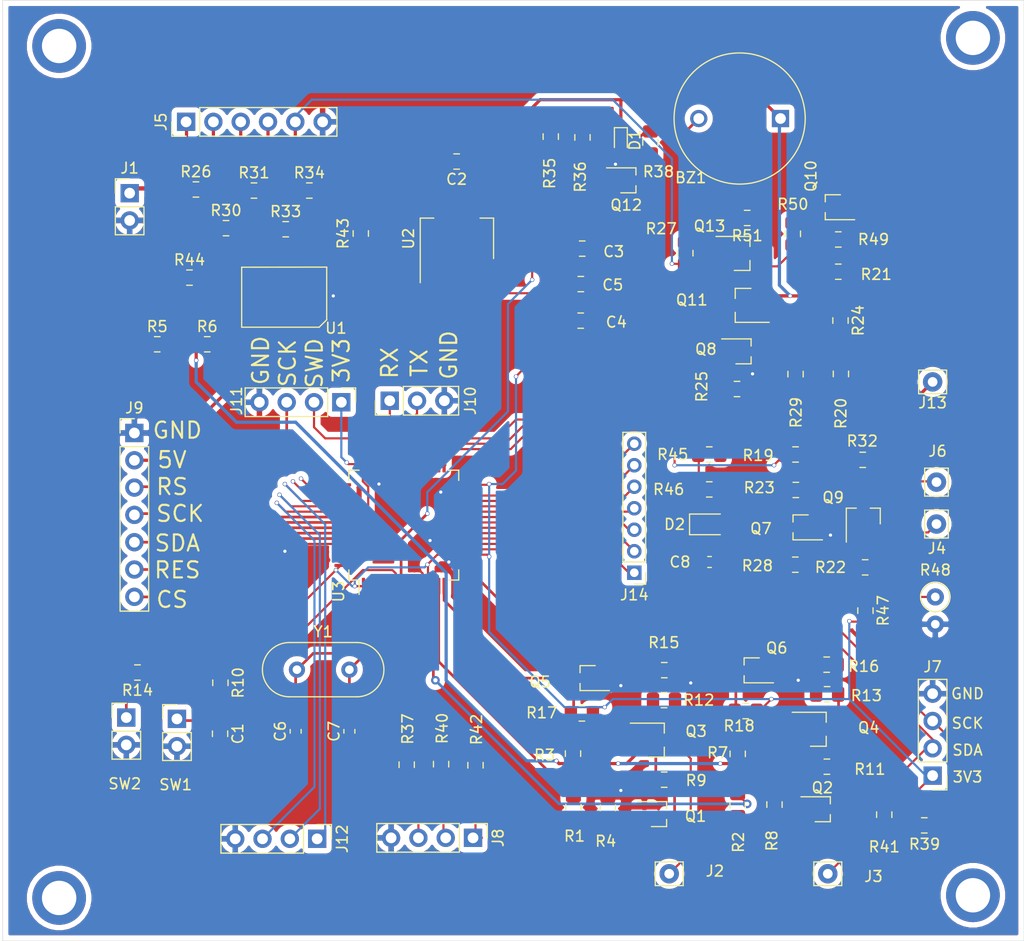
<source format=kicad_pcb>
(kicad_pcb (version 20171130) (host pcbnew "(5.1.5)-3")
  (layers (0 F.Cu signal) (31 B.Cu signal) (34 B.Paste user) (35 F.Paste user) (36 B.SilkS user) (37 F.SilkS user) (38 B.Mask user) (39 F.Mask user) (44 Edge.Cuts user))
  (net 0 "")
  (net 1 "Net-(BZ1-Pad2)")
  (net 2 +5V)
  (net 3 GND)
  (net 4 /NRST)
  (net 5 +3V3)
  (net 6 "Net-(C6-Pad2)")
  (net 7 "Net-(C7-Pad2)")
  (net 8 /+20V)
  (net 9 /J2)
  (net 10 /J1)
  (net 11 /B1)
  (net 12 /B2)
  (net 13 /B3)
  (net 14 /B4)
  (net 15 /SDA)
  (net 16 /SCK)
  (net 17 "Net-(J8-Pad3)")
  (net 18 "Net-(J8-Pad2)")
  (net 19 "Net-(J8-Pad1)")
  (net 20 /LCD_CS)
  (net 21 /LCD_RES)
  (net 22 /LCD_D7)
  (net 23 /LCD_D6)
  (net 24 /LCD_RS)
  (net 25 "Net-(J10-Pad2)")
  (net 26 "Net-(J10-Pad1)")
  (net 27 "Net-(Q1-Pad3)")
  (net 28 "Net-(Q1-Pad2)")
  (net 29 "Net-(Q2-Pad3)")
  (net 30 "Net-(Q2-Pad2)")
  (net 31 /+10V)
  (net 32 "Net-(Q3-Pad1)")
  (net 33 "Net-(Q4-Pad1)")
  (net 34 /J2_T)
  (net 35 "Net-(Q5-Pad2)")
  (net 36 /J1_T)
  (net 37 "Net-(Q6-Pad2)")
  (net 38 "Net-(Q7-Pad3)")
  (net 39 "Net-(Q7-Pad2)")
  (net 40 "Net-(Q8-Pad3)")
  (net 41 "Net-(Q8-Pad2)")
  (net 42 "Net-(Q9-Pad3)")
  (net 43 "Net-(Q9-Pad1)")
  (net 44 "Net-(Q10-Pad2)")
  (net 45 "Net-(Q11-Pad1)")
  (net 46 "Net-(Q12-Pad3)")
  (net 47 "Net-(Q12-Pad2)")
  (net 48 /J2_EN)
  (net 49 /J1_EN)
  (net 50 /START)
  (net 51 /OTA_EN)
  (net 52 /OVA_EN)
  (net 53 /UVA_EN)
  (net 54 /Buzzer)
  (net 55 /LED1)
  (net 56 /LED2)
  (net 57 /LED3)
  (net 58 "Net-(U1-Pad4)")
  (net 59 "Net-(U3-Pad62)")
  (net 60 "Net-(U3-Pad61)")
  (net 61 "Net-(U3-Pad51)")
  (net 62 "Net-(U3-Pad50)")
  (net 63 "Net-(U3-Pad45)")
  (net 64 "Net-(U3-Pad44)")
  (net 65 "Net-(U3-Pad41)")
  (net 66 "Net-(U3-Pad40)")
  (net 67 "Net-(U3-Pad39)")
  (net 68 "Net-(U3-Pad38)")
  (net 69 "Net-(U3-Pad37)")
  (net 70 "Net-(U3-Pad36)")
  (net 71 "Net-(U3-Pad4)")
  (net 72 "Net-(U3-Pad3)")
  (net 73 "Net-(U3-Pad2)")
  (net 74 /SWD)
  (net 75 /SCLK)
  (net 76 "Net-(R43-Pad2)")
  (net 77 "Net-(J4-Pad1)")
  (net 78 "Net-(J6-Pad1)")
  (net 79 /ST3)
  (net 80 /ST2)
  (net 81 /ST1)
  (net 82 "Net-(J13-Pad1)")
  (net 83 /BAT_ADC)
  (net 84 /NTC_ADC)
  (net 85 "Net-(Q10-Pad3)")
  (net 86 "Net-(Q13-Pad3)")
  (net 87 "Net-(Q13-Pad1)")
  (net 88 /Con7)
  (net 89 /Con6)
  (net 90 /Con5)
  (net 91 /Con4)
  (net 92 /Con3)
  (net 93 /Con2)
  (net 94 /Con1)
  (module myLib:Hsop-6 (layer F.Cu) (at 55.85 62.5 180)
    (fp_text reference U1 (at -5.15 -3) (layer F.SilkS))
    (fp_text value 1142B50)
    (pad 3 smd rect (at -3.18 1.91 90) (size 0.76 1.27) (layers F.Cu F.Paste F.Mask) (net 76 "Net-(R43-Pad2)"))
    (pad 4 smd rect (at 2.1 1.91 90) (size 0.76 1.27) (layers F.Cu F.Paste F.Mask) (net 58 "Net-(U1-Pad4)"))
    (pad 2 smd rect (at -3.18 0 90) (size 2 1.27) (layers F.Cu F.Paste F.Mask) (net 3 GND))
    (pad 5 smd rect (at 2.1 0 90) (size 2.03 1.27) (layers F.Cu F.Paste F.Mask) (net 3 GND))
    (pad 1 smd rect (at -3.18 -1.91 90) (size 0.76 1.27) (layers F.Cu F.Paste F.Mask) (net 2 +5V))
    (pad 6 smd rect (at 2.1 -1.91 90) (size 0.76 1.27) (layers F.Cu F.Paste F.Mask) (net 76 "Net-(R43-Pad2)"))
  )
  (module Connector_PinHeader_2.54mm:PinHeader_1x04_P2.54mm_Vertical (layer F.Cu) (at 116.5 107.12 180)
    (fp_text reference J7 (at 0 10.12 180) (layer F.SilkS))
    (fp_text value IIC)
    (pad 4 thru_hole oval (at 0 7.62 180) (size 1.7 1.7) (drill 1) (layers *.Cu *.Mask) (net 3 GND))
    (pad 3 thru_hole oval (at 0 5.08 180) (size 1.7 1.7) (drill 1) (layers *.Cu *.Mask) (net 16 /SCK))
    (pad 2 thru_hole oval (at 0 2.54 180) (size 1.7 1.7) (drill 1) (layers *.Cu *.Mask) (net 15 /SDA))
    (pad 1 thru_hole rect (at 0 0 180) (size 1.7 1.7) (drill 1) (layers *.Cu *.Mask) (net 5 +3V3))
  )
  (module Connector_PinHeader_2.54mm:PinHeader_1x03_P2.54mm_Vertical (layer F.Cu) (at 66 72.25 90)
    (fp_text reference J10 (at 0 7.5 270) (layer F.SilkS))
    (fp_text value UART)
    (pad 3 thru_hole oval (at 0 5.08 90) (size 1.7 1.7) (drill 1) (layers *.Cu *.Mask) (net 3 GND))
    (pad 2 thru_hole oval (at 0 2.54 90) (size 1.7 1.7) (drill 1) (layers *.Cu *.Mask) (net 25 "Net-(J10-Pad2)"))
    (pad 1 thru_hole rect (at 0 0 90) (size 1.7 1.7) (drill 1) (layers *.Cu *.Mask) (net 26 "Net-(J10-Pad1)"))
  )
  (module Connector_PinHeader_2.00mm:PinHeader_1x07_P2.00mm_Vertical (layer F.Cu) (at 88.75 88.25 180)
    (fp_text reference J14 (at 0 -2.06) (layer F.SilkS))
    (fp_text value Conn_01x07_Female)
    (pad 7 thru_hole oval (at 0 12 180) (size 1.35 1.35) (drill 0.8) (layers *.Cu *.Mask) (net 88 /Con7))
    (pad 6 thru_hole oval (at 0 10 180) (size 1.35 1.35) (drill 0.8) (layers *.Cu *.Mask) (net 89 /Con6))
    (pad 5 thru_hole oval (at 0 8 180) (size 1.35 1.35) (drill 0.8) (layers *.Cu *.Mask) (net 90 /Con5))
    (pad 4 thru_hole oval (at 0 6 180) (size 1.35 1.35) (drill 0.8) (layers *.Cu *.Mask) (net 91 /Con4))
    (pad 3 thru_hole oval (at 0 4 180) (size 1.35 1.35) (drill 0.8) (layers *.Cu *.Mask) (net 92 /Con3))
    (pad 2 thru_hole oval (at 0 2 180) (size 1.35 1.35) (drill 0.8) (layers *.Cu *.Mask) (net 93 /Con2))
    (pad 1 thru_hole rect (at 0 0 180) (size 1.35 1.35) (drill 0.8) (layers *.Cu *.Mask) (net 94 /Con1))
  )
  (module Buzzer_Beeper:MagneticBuzzer_ProSignal_ABI-010-RC (layer F.Cu) (at 102.35 46 180)
    (fp_text reference BZ1 (at 8.35 -5.5) (layer F.SilkS))
    (fp_text value Buzzer)
    (pad 2 thru_hole circle (at 7.6 0 180) (size 1.6 1.6) (drill 1) (layers *.Cu *.Mask) (net 1 "Net-(BZ1-Pad2)"))
    (pad 1 thru_hole rect (at 0 0 180) (size 1.6 1.6) (drill 1) (layers *.Cu *.Mask) (net 2 +5V))
  )
  (module Resistor_SMD:R_0805_2012Metric_Pad1.15x1.40mm_HandSolder (layer F.Cu) (at 99.25 55.25 180)
    (fp_text reference R51 (at 0 -1.65) (layer F.SilkS))
    (fp_text value 10k)
    (pad 2 smd roundrect (at 1.025 0 180) (size 1.15 1.4) (layers F.Cu F.Paste F.Mask) (roundrect_rratio 0.217391) (net 3 GND))
    (pad 1 smd roundrect (at -1.025 0 180) (size 1.15 1.4) (layers F.Cu F.Paste F.Mask) (roundrect_rratio 0.217391) (net 86 "Net-(Q13-Pad3)"))
  )
  (module Resistor_SMD:R_0805_2012Metric_Pad1.15x1.40mm_HandSolder (layer F.Cu) (at 103.5 56.725 90)
    (fp_text reference R50 (at 2.75 0 180) (layer F.SilkS))
    (fp_text value 10k)
    (pad 2 smd roundrect (at 1.025 0 90) (size 1.15 1.4) (layers F.Cu F.Paste F.Mask) (roundrect_rratio 0.217391) (net 85 "Net-(Q10-Pad3)"))
    (pad 1 smd roundrect (at -1.025 0 90) (size 1.15 1.4) (layers F.Cu F.Paste F.Mask) (roundrect_rratio 0.217391) (net 87 "Net-(Q13-Pad1)"))
  )
  (module Resistor_SMD:R_0805_2012Metric_Pad1.15x1.40mm_HandSolder (layer F.Cu) (at 107.725 57.25)
    (fp_text reference R49 (at 3.275 0) (layer F.SilkS))
    (fp_text value 10k)
    (pad 2 smd roundrect (at 1.025 0) (size 1.15 1.4) (layers F.Cu F.Paste F.Mask) (roundrect_rratio 0.217391) (net 3 GND))
    (pad 1 smd roundrect (at -1.025 0) (size 1.15 1.4) (layers F.Cu F.Paste F.Mask) (roundrect_rratio 0.217391) (net 44 "Net-(Q10-Pad2)"))
  )
  (module Resistor_SMD:R_0805_2012Metric_Pad1.15x1.40mm_HandSolder (layer F.Cu) (at 93.5 58.525 90)
    (fp_text reference R27 (at 2.275 -2.25 180) (layer F.SilkS))
    (fp_text value 100k)
    (pad 2 smd roundrect (at 1.025 0 90) (size 1.15 1.4) (layers F.Cu F.Paste F.Mask) (roundrect_rratio 0.217391) (net 87 "Net-(Q13-Pad1)"))
    (pad 1 smd roundrect (at -1.025 0 90) (size 1.15 1.4) (layers F.Cu F.Paste F.Mask) (roundrect_rratio 0.217391) (net 11 /B1))
  )
  (module Resistor_SMD:R_0805_2012Metric_Pad1.15x1.40mm_HandSolder (layer F.Cu) (at 107.725 60.25 180)
    (fp_text reference R21 (at -3.525 -0.25) (layer F.SilkS))
    (fp_text value 10k)
    (pad 2 smd roundrect (at 1.025 0 180) (size 1.15 1.4) (layers F.Cu F.Paste F.Mask) (roundrect_rratio 0.217391) (net 44 "Net-(Q10-Pad2)"))
    (pad 1 smd roundrect (at -1.025 0 180) (size 1.15 1.4) (layers F.Cu F.Paste F.Mask) (roundrect_rratio 0.217391) (net 53 /UVA_EN))
  )
  (module Package_TO_SOT_SMD:SOT-23_Handsoldering (layer F.Cu) (at 98.75 58.55)
    (fp_text reference Q13 (at -3 -2.55 180) (layer F.SilkS))
    (fp_text value AO3401A)
    (pad 3 smd rect (at 1.5 0) (size 1.9 0.8) (layers F.Cu F.Paste F.Mask) (net 86 "Net-(Q13-Pad3)"))
    (pad 2 smd rect (at -1.5 0.95) (size 1.9 0.8) (layers F.Cu F.Paste F.Mask) (net 11 /B1))
    (pad 1 smd rect (at -1.5 -0.95) (size 1.9 0.8) (layers F.Cu F.Paste F.Mask) (net 87 "Net-(Q13-Pad1)"))
  )
  (module Package_TO_SOT_SMD:SOT-323_SC-70_Handsoldering (layer F.Cu) (at 107.25 54.25 180)
    (fp_text reference Q10 (at 2.07 2.9 270) (layer F.SilkS))
    (fp_text value S8050)
    (pad 3 smd rect (at 1.33 0 90) (size 0.45 1.5) (layers F.Cu F.Paste F.Mask) (net 85 "Net-(Q10-Pad3)"))
    (pad 2 smd rect (at -1.33 0.65 90) (size 0.45 1.5) (layers F.Cu F.Paste F.Mask) (net 44 "Net-(Q10-Pad2)"))
    (pad 1 smd rect (at -1.33 -0.65 90) (size 0.45 1.5) (layers F.Cu F.Paste F.Mask) (net 3 GND))
  )
  (module Capacitor_SMD:C_0603_1608Metric_Pad1.05x0.95mm_HandSolder (layer F.Cu) (at 95.75 87.25 180)
    (fp_text reference C8 (at 2.75 0) (layer F.SilkS))
    (fp_text value 18pF)
    (pad 2 smd roundrect (at 0.875 0 180) (size 1.05 0.95) (layers F.Cu F.Paste F.Mask) (net 83 /BAT_ADC))
    (pad 1 smd roundrect (at -0.875 0 180) (size 1.05 0.95) (layers F.Cu F.Paste F.Mask) (net 3 GND))
  )
  (module Diode_SMD:D_0805_2012Metric_Pad1.15x1.40mm_HandSolder (layer F.Cu) (at 95.75 83.75)
    (fp_text reference D2 (at -3.25 0) (layer F.SilkS))
    (fp_text value 5.1V)
    (pad 2 smd roundrect (at 1.025 0) (size 1.15 1.4) (layers F.Cu F.Paste F.Mask) (roundrect_rratio 0.217391) (net 3 GND))
    (pad 1 smd roundrect (at -1.025 0) (size 1.15 1.4) (layers F.Cu F.Paste F.Mask) (roundrect_rratio 0.217391) (net 83 /BAT_ADC))
  )
  (module Resistor_THT:R_Axial_DIN0207_L6.3mm_D2.5mm_P2.54mm_Vertical (layer F.Cu) (at 116.75 90.5 270)
    (fp_text reference R48 (at -2.5 0) (layer F.SilkS))
    (fp_text value NTC)
    (pad 2 thru_hole oval (at 2.54 0 270) (size 1.6 1.6) (drill 0.8) (layers *.Cu *.Mask) (net 3 GND))
    (pad 1 thru_hole circle (at 0 0 270) (size 1.6 1.6) (drill 0.8) (layers *.Cu *.Mask) (net 84 /NTC_ADC))
  )
  (module Resistor_SMD:R_0805_2012Metric_Pad1.15x1.40mm_HandSolder (layer F.Cu) (at 110.25 91.775 270)
    (fp_text reference R47 (at 0 -1.65 90) (layer F.SilkS))
    (fp_text value 10k)
    (pad 2 smd roundrect (at 1.025 0 270) (size 1.15 1.4) (layers F.Cu F.Paste F.Mask) (roundrect_rratio 0.217391) (net 5 +3V3))
    (pad 1 smd roundrect (at -1.025 0 270) (size 1.15 1.4) (layers F.Cu F.Paste F.Mask) (roundrect_rratio 0.217391) (net 84 /NTC_ADC))
  )
  (module Resistor_SMD:R_0805_2012Metric_Pad1.15x1.40mm_HandSolder (layer F.Cu) (at 95.725 80.5 180)
    (fp_text reference R46 (at 3.775 0) (layer F.SilkS))
    (fp_text value 10k)
    (pad 2 smd roundrect (at 1.025 0 180) (size 1.15 1.4) (layers F.Cu F.Paste F.Mask) (roundrect_rratio 0.217391) (net 83 /BAT_ADC))
    (pad 1 smd roundrect (at -1.025 0 180) (size 1.15 1.4) (layers F.Cu F.Paste F.Mask) (roundrect_rratio 0.217391) (net 3 GND))
  )
  (module Resistor_SMD:R_0805_2012Metric_Pad1.15x1.40mm_HandSolder (layer F.Cu) (at 95.725 77.25)
    (fp_text reference R45 (at -3.4 0) (layer F.SilkS))
    (fp_text value 10k)
    (pad 2 smd roundrect (at 1.025 0) (size 1.15 1.4) (layers F.Cu F.Paste F.Mask) (roundrect_rratio 0.217391) (net 82 "Net-(J13-Pad1)"))
    (pad 1 smd roundrect (at -1.025 0) (size 1.15 1.4) (layers F.Cu F.Paste F.Mask) (roundrect_rratio 0.217391) (net 83 /BAT_ADC))
  )
  (module Package_TO_SOT_SMD:SOT-323_SC-70_Handsoldering (layer F.Cu) (at 106.25 110.25)
    (fp_text reference Q2 (at 0 -2) (layer F.SilkS))
    (fp_text value S8050)
    (pad 3 smd rect (at 1.33 0 270) (size 0.45 1.5) (layers F.Cu F.Paste F.Mask) (net 29 "Net-(Q2-Pad3)"))
    (pad 2 smd rect (at -1.33 0.65 270) (size 0.45 1.5) (layers F.Cu F.Paste F.Mask) (net 30 "Net-(Q2-Pad2)"))
    (pad 1 smd rect (at -1.33 -0.65 270) (size 0.45 1.5) (layers F.Cu F.Paste F.Mask) (net 3 GND))
  )
  (module Connector_Pin:Pin_D0.9mm_L10.0mm_W2.4mm_FlatFork (layer F.Cu) (at 116.5 70.5)
    (fp_text reference J13 (at 0 1.95) (layer F.SilkS))
    (fp_text value BATT+)
    (pad 1 thru_hole circle (at 0 0) (size 1.8 1.8) (drill 0.9) (layers *.Cu *.Mask) (net 82 "Net-(J13-Pad1)"))
  )
  (module Connector_PinHeader_2.54mm:PinHeader_1x04_P2.54mm_Vertical (layer F.Cu) (at 59.25 113 270)
    (fp_text reference J12 (at 0 -2.33 90) (layer F.SilkS))
    (fp_text value switch)
    (pad 4 thru_hole oval (at 0 7.62 270) (size 1.7 1.7) (drill 1) (layers *.Cu *.Mask) (net 3 GND))
    (pad 3 thru_hole oval (at 0 5.08 270) (size 1.7 1.7) (drill 1) (layers *.Cu *.Mask) (net 79 /ST3))
    (pad 2 thru_hole oval (at 0 2.54 270) (size 1.7 1.7) (drill 1) (layers *.Cu *.Mask) (net 80 /ST2))
    (pad 1 thru_hole rect (at 0 0 270) (size 1.7 1.7) (drill 1) (layers *.Cu *.Mask) (net 81 /ST1))
  )
  (module Package_QFP:LQFP-64_10x10mm_P0.5mm (layer F.Cu) (at 67.31 83.82 90)
    (fp_text reference U3 (at -6.18 -6.06 270) (layer F.SilkS))
    (fp_text value STM32F103RCTx)
    (pad 64 smd roundrect (at -3.75 -5.675 90) (size 0.3 1.55) (layers F.Cu F.Paste F.Mask) (net 5 +3V3))
    (pad 63 smd roundrect (at -3.25 -5.675 90) (size 0.3 1.55) (layers F.Cu F.Paste F.Mask) (net 3 GND))
    (pad 62 smd roundrect (at -2.75 -5.675 90) (size 0.3 1.55) (layers F.Cu F.Paste F.Mask) (net 59 "Net-(U3-Pad62)"))
    (pad 61 smd roundrect (at -2.25 -5.675 90) (size 0.3 1.55) (layers F.Cu F.Paste F.Mask) (net 60 "Net-(U3-Pad61)"))
    (pad 60 smd roundrect (at -1.75 -5.675 90) (size 0.3 1.55) (layers F.Cu F.Paste F.Mask) (net 3 GND))
    (pad 59 smd roundrect (at -1.25 -5.675 90) (size 0.3 1.55) (layers F.Cu F.Paste F.Mask) (net 20 /LCD_CS))
    (pad 58 smd roundrect (at -0.75 -5.675 90) (size 0.3 1.55) (layers F.Cu F.Paste F.Mask) (net 21 /LCD_RES))
    (pad 57 smd roundrect (at -0.25 -5.675 90) (size 0.3 1.55) (layers F.Cu F.Paste F.Mask) (net 22 /LCD_D7))
    (pad 56 smd roundrect (at 0.25 -5.675 90) (size 0.3 1.55) (layers F.Cu F.Paste F.Mask) (net 23 /LCD_D6))
    (pad 55 smd roundrect (at 0.75 -5.675 90) (size 0.3 1.55) (layers F.Cu F.Paste F.Mask) (net 24 /LCD_RS))
    (pad 54 smd roundrect (at 1.25 -5.675 90) (size 0.3 1.55) (layers F.Cu F.Paste F.Mask) (net 79 /ST3))
    (pad 53 smd roundrect (at 1.75 -5.675 90) (size 0.3 1.55) (layers F.Cu F.Paste F.Mask) (net 80 /ST2))
    (pad 52 smd roundrect (at 2.25 -5.675 90) (size 0.3 1.55) (layers F.Cu F.Paste F.Mask) (net 81 /ST1))
    (pad 51 smd roundrect (at 2.75 -5.675 90) (size 0.3 1.55) (layers F.Cu F.Paste F.Mask) (net 61 "Net-(U3-Pad51)"))
    (pad 50 smd roundrect (at 3.25 -5.675 90) (size 0.3 1.55) (layers F.Cu F.Paste F.Mask) (net 62 "Net-(U3-Pad50)"))
    (pad 49 smd roundrect (at 3.75 -5.675 90) (size 0.3 1.55) (layers F.Cu F.Paste F.Mask) (net 75 /SCLK))
    (pad 48 smd roundrect (at 5.675 -3.75 90) (size 1.55 0.3) (layers F.Cu F.Paste F.Mask) (net 5 +3V3))
    (pad 47 smd roundrect (at 5.675 -3.25 90) (size 1.55 0.3) (layers F.Cu F.Paste F.Mask) (net 3 GND))
    (pad 46 smd roundrect (at 5.675 -2.75 90) (size 1.55 0.3) (layers F.Cu F.Paste F.Mask) (net 74 /SWD))
    (pad 45 smd roundrect (at 5.675 -2.25 90) (size 1.55 0.3) (layers F.Cu F.Paste F.Mask) (net 63 "Net-(U3-Pad45)"))
    (pad 44 smd roundrect (at 5.675 -1.75 90) (size 1.55 0.3) (layers F.Cu F.Paste F.Mask) (net 64 "Net-(U3-Pad44)"))
    (pad 43 smd roundrect (at 5.675 -1.25 90) (size 1.55 0.3) (layers F.Cu F.Paste F.Mask) (net 26 "Net-(J10-Pad1)"))
    (pad 42 smd roundrect (at 5.675 -0.75 90) (size 1.55 0.3) (layers F.Cu F.Paste F.Mask) (net 25 "Net-(J10-Pad2)"))
    (pad 41 smd roundrect (at 5.675 -0.25 90) (size 1.55 0.3) (layers F.Cu F.Paste F.Mask) (net 65 "Net-(U3-Pad41)"))
    (pad 40 smd roundrect (at 5.675 0.25 90) (size 1.55 0.3) (layers F.Cu F.Paste F.Mask) (net 66 "Net-(U3-Pad40)"))
    (pad 39 smd roundrect (at 5.675 0.75 90) (size 1.55 0.3) (layers F.Cu F.Paste F.Mask) (net 67 "Net-(U3-Pad39)"))
    (pad 38 smd roundrect (at 5.675 1.25 90) (size 1.55 0.3) (layers F.Cu F.Paste F.Mask) (net 68 "Net-(U3-Pad38)"))
    (pad 37 smd roundrect (at 5.675 1.75 90) (size 1.55 0.3) (layers F.Cu F.Paste F.Mask) (net 69 "Net-(U3-Pad37)"))
    (pad 36 smd roundrect (at 5.675 2.25 90) (size 1.55 0.3) (layers F.Cu F.Paste F.Mask) (net 70 "Net-(U3-Pad36)"))
    (pad 35 smd roundrect (at 5.675 2.75 90) (size 1.55 0.3) (layers F.Cu F.Paste F.Mask) (net 52 /OVA_EN))
    (pad 34 smd roundrect (at 5.675 3.25 90) (size 1.55 0.3) (layers F.Cu F.Paste F.Mask) (net 53 /UVA_EN))
    (pad 33 smd roundrect (at 5.675 3.75 90) (size 1.55 0.3) (layers F.Cu F.Paste F.Mask) (net 51 /OTA_EN))
    (pad 32 smd roundrect (at 3.75 5.675 90) (size 0.3 1.55) (layers F.Cu F.Paste F.Mask) (net 5 +3V3))
    (pad 31 smd roundrect (at 3.25 5.675 90) (size 0.3 1.55) (layers F.Cu F.Paste F.Mask) (net 3 GND))
    (pad 30 smd roundrect (at 2.75 5.675 90) (size 0.3 1.55) (layers F.Cu F.Paste F.Mask) (net 88 /Con7))
    (pad 29 smd roundrect (at 2.25 5.675 90) (size 0.3 1.55) (layers F.Cu F.Paste F.Mask) (net 89 /Con6))
    (pad 28 smd roundrect (at 1.75 5.675 90) (size 0.3 1.55) (layers F.Cu F.Paste F.Mask) (net 90 /Con5))
    (pad 27 smd roundrect (at 1.25 5.675 90) (size 0.3 1.55) (layers F.Cu F.Paste F.Mask) (net 91 /Con4))
    (pad 26 smd roundrect (at 0.75 5.675 90) (size 0.3 1.55) (layers F.Cu F.Paste F.Mask) (net 92 /Con3))
    (pad 25 smd roundrect (at 0.25 5.675 90) (size 0.3 1.55) (layers F.Cu F.Paste F.Mask) (net 93 /Con2))
    (pad 24 smd roundrect (at -0.25 5.675 90) (size 0.3 1.55) (layers F.Cu F.Paste F.Mask) (net 94 /Con1))
    (pad 23 smd roundrect (at -0.75 5.675 90) (size 0.3 1.55) (layers F.Cu F.Paste F.Mask) (net 83 /BAT_ADC))
    (pad 22 smd roundrect (at -1.25 5.675 90) (size 0.3 1.55) (layers F.Cu F.Paste F.Mask) (net 84 /NTC_ADC))
    (pad 21 smd roundrect (at -1.75 5.675 90) (size 0.3 1.55) (layers F.Cu F.Paste F.Mask) (net 16 /SCK))
    (pad 20 smd roundrect (at -2.25 5.675 90) (size 0.3 1.55) (layers F.Cu F.Paste F.Mask) (net 15 /SDA))
    (pad 19 smd roundrect (at -2.75 5.675 90) (size 0.3 1.55) (layers F.Cu F.Paste F.Mask) (net 5 +3V3))
    (pad 18 smd roundrect (at -3.25 5.675 90) (size 0.3 1.55) (layers F.Cu F.Paste F.Mask) (net 3 GND))
    (pad 17 smd roundrect (at -3.75 5.675 90) (size 0.3 1.55) (layers F.Cu F.Paste F.Mask) (net 36 /J1_T))
    (pad 16 smd roundrect (at -5.675 3.75 90) (size 1.55 0.3) (layers F.Cu F.Paste F.Mask) (net 34 /J2_T))
    (pad 15 smd roundrect (at -5.675 3.25 90) (size 1.55 0.3) (layers F.Cu F.Paste F.Mask) (net 48 /J2_EN))
    (pad 14 smd roundrect (at -5.675 2.75 90) (size 1.55 0.3) (layers F.Cu F.Paste F.Mask) (net 49 /J1_EN))
    (pad 13 smd roundrect (at -5.675 2.25 90) (size 1.55 0.3) (layers F.Cu F.Paste F.Mask) (net 5 +3V3))
    (pad 12 smd roundrect (at -5.675 1.75 90) (size 1.55 0.3) (layers F.Cu F.Paste F.Mask) (net 3 GND))
    (pad 11 smd roundrect (at -5.675 1.25 90) (size 1.55 0.3) (layers F.Cu F.Paste F.Mask) (net 57 /LED3))
    (pad 10 smd roundrect (at -5.675 0.75 90) (size 1.55 0.3) (layers F.Cu F.Paste F.Mask) (net 56 /LED2))
    (pad 9 smd roundrect (at -5.675 0.25 90) (size 1.55 0.3) (layers F.Cu F.Paste F.Mask) (net 55 /LED1))
    (pad 8 smd roundrect (at -5.675 -0.25 90) (size 1.55 0.3) (layers F.Cu F.Paste F.Mask) (net 54 /Buzzer))
    (pad 7 smd roundrect (at -5.675 -0.75 90) (size 1.55 0.3) (layers F.Cu F.Paste F.Mask) (net 4 /NRST))
    (pad 6 smd roundrect (at -5.675 -1.25 90) (size 1.55 0.3) (layers F.Cu F.Paste F.Mask) (net 7 "Net-(C7-Pad2)"))
    (pad 5 smd roundrect (at -5.675 -1.75 90) (size 1.55 0.3) (layers F.Cu F.Paste F.Mask) (net 6 "Net-(C6-Pad2)"))
    (pad 4 smd roundrect (at -5.675 -2.25 90) (size 1.55 0.3) (layers F.Cu F.Paste F.Mask) (net 71 "Net-(U3-Pad4)"))
    (pad 3 smd roundrect (at -5.675 -2.75 90) (size 1.55 0.3) (layers F.Cu F.Paste F.Mask) (net 72 "Net-(U3-Pad3)"))
    (pad 2 smd roundrect (at -5.675 -3.25 90) (size 1.55 0.3) (layers F.Cu F.Paste F.Mask) (net 73 "Net-(U3-Pad2)"))
    (pad 1 smd roundrect (at -5.675 -3.75 90) (size 1.55 0.3) (layers F.Cu F.Paste F.Mask) (net 5 +3V3))
  )
  (module Resistor_SMD:R_0805_2012Metric_Pad1.15x1.40mm_HandSolder (layer F.Cu) (at 47.375 60.8)
    (fp_text reference R44 (at 0 -1.65) (layer F.SilkS))
    (fp_text value 510R)
    (pad 2 smd roundrect (at 1.025 0) (size 1.15 1.4) (layers F.Cu F.Paste F.Mask) (roundrect_rratio 0.217391) (net 76 "Net-(R43-Pad2)"))
    (pad 1 smd roundrect (at -1.025 0) (size 1.15 1.4) (layers F.Cu F.Paste F.Mask) (roundrect_rratio 0.217391) (net 8 /+20V))
  )
  (module Connector_PinHeader_2.54mm:PinHeader_1x04_P2.54mm_Vertical (layer F.Cu) (at 61.5 72.39 270)
    (fp_text reference J11 (at -0.14 9.75 270) (layer F.SilkS))
    (fp_text value SWIO)
    (pad 4 thru_hole oval (at 0 7.62 270) (size 1.7 1.7) (drill 1) (layers *.Cu *.Mask) (net 3 GND))
    (pad 3 thru_hole oval (at 0 5.08 270) (size 1.7 1.7) (drill 1) (layers *.Cu *.Mask) (net 75 /SCLK))
    (pad 2 thru_hole oval (at 0 2.54 270) (size 1.7 1.7) (drill 1) (layers *.Cu *.Mask) (net 74 /SWD))
    (pad 1 thru_hole rect (at 0 0 270) (size 1.7 1.7) (drill 1) (layers *.Cu *.Mask) (net 5 +3V3))
  )
  (module Package_TO_SOT_SMD:SOT-323_SC-70_Handsoldering (layer F.Cu) (at 88.17 51.75)
    (fp_text reference Q12 (at -0.17 2.3) (layer F.SilkS))
    (fp_text value S8050)
    (pad 3 smd rect (at 1.33 0 270) (size 0.45 1.5) (layers F.Cu F.Paste F.Mask) (net 46 "Net-(Q12-Pad3)"))
    (pad 2 smd rect (at -1.33 0.65 270) (size 0.45 1.5) (layers F.Cu F.Paste F.Mask) (net 47 "Net-(Q12-Pad2)"))
    (pad 1 smd rect (at -1.33 -0.65 270) (size 0.45 1.5) (layers F.Cu F.Paste F.Mask) (net 3 GND))
  )
  (module Package_TO_SOT_SMD:SOT-23_Handsoldering (layer F.Cu) (at 98.9 63.38 180)
    (fp_text reference Q11 (at 4.8 0.5) (layer F.SilkS))
    (fp_text value AO3401A)
    (pad 3 smd rect (at 1.5 0 180) (size 1.9 0.8) (layers F.Cu F.Paste F.Mask) (net 11 /B1))
    (pad 2 smd rect (at -1.5 0.95 180) (size 1.9 0.8) (layers F.Cu F.Paste F.Mask) (net 2 +5V))
    (pad 1 smd rect (at -1.5 -0.95 180) (size 1.9 0.8) (layers F.Cu F.Paste F.Mask) (net 45 "Net-(Q11-Pad1)"))
  )
  (module Package_TO_SOT_SMD:SOT-23_Handsoldering (layer F.Cu) (at 110.05 83 90)
    (fp_text reference Q9 (at 1.75 -2.8 180) (layer F.SilkS))
    (fp_text value AO3401A)
    (pad 3 smd rect (at 1.5 0 90) (size 1.9 0.8) (layers F.Cu F.Paste F.Mask) (net 42 "Net-(Q9-Pad3)"))
    (pad 2 smd rect (at -1.5 0.95 90) (size 1.9 0.8) (layers F.Cu F.Paste F.Mask) (net 77 "Net-(J4-Pad1)"))
    (pad 1 smd rect (at -1.5 -0.95 90) (size 1.9 0.8) (layers F.Cu F.Paste F.Mask) (net 43 "Net-(Q9-Pad1)"))
  )
  (module Package_TO_SOT_SMD:SOT-323_SC-70_Handsoldering (layer F.Cu) (at 98.88 67.66)
    (fp_text reference Q8 (at -3.47 -0.2) (layer F.SilkS))
    (fp_text value S8050)
    (pad 3 smd rect (at 1.33 0 270) (size 0.45 1.5) (layers F.Cu F.Paste F.Mask) (net 40 "Net-(Q8-Pad3)"))
    (pad 2 smd rect (at -1.33 0.65 270) (size 0.45 1.5) (layers F.Cu F.Paste F.Mask) (net 41 "Net-(Q8-Pad2)"))
    (pad 1 smd rect (at -1.33 -0.65 270) (size 0.45 1.5) (layers F.Cu F.Paste F.Mask) (net 3 GND))
  )
  (module Package_TO_SOT_SMD:SOT-323_SC-70_Handsoldering (layer F.Cu) (at 104.25 84.03 180)
    (fp_text reference Q7 (at 3.72 -0.11) (layer F.SilkS))
    (fp_text value S8050)
    (pad 3 smd rect (at 1.33 0 90) (size 0.45 1.5) (layers F.Cu F.Paste F.Mask) (net 38 "Net-(Q7-Pad3)"))
    (pad 2 smd rect (at -1.33 0.65 90) (size 0.45 1.5) (layers F.Cu F.Paste F.Mask) (net 39 "Net-(Q7-Pad2)"))
    (pad 1 smd rect (at -1.33 -0.65 90) (size 0.45 1.5) (layers F.Cu F.Paste F.Mask) (net 3 GND))
  )
  (module Package_TO_SOT_SMD:SOT-323_SC-70_Handsoldering (layer F.Cu) (at 99.7 97.33 180)
    (fp_text reference Q6 (at -2.3 2.08) (layer F.SilkS))
    (fp_text value S8050)
    (pad 3 smd rect (at 1.33 0 90) (size 0.45 1.5) (layers F.Cu F.Paste F.Mask) (net 36 /J1_T))
    (pad 2 smd rect (at -1.33 0.65 90) (size 0.45 1.5) (layers F.Cu F.Paste F.Mask) (net 37 "Net-(Q6-Pad2)"))
    (pad 1 smd rect (at -1.33 -0.65 90) (size 0.45 1.5) (layers F.Cu F.Paste F.Mask) (net 3 GND))
  )
  (module Package_TO_SOT_SMD:SOT-323_SC-70_Handsoldering (layer F.Cu) (at 84.44 98.05 180)
    (fp_text reference Q5 (at 4.45 -0.36) (layer F.SilkS))
    (fp_text value S8050)
    (pad 3 smd rect (at 1.33 0 90) (size 0.45 1.5) (layers F.Cu F.Paste F.Mask) (net 34 /J2_T))
    (pad 2 smd rect (at -1.33 0.65 90) (size 0.45 1.5) (layers F.Cu F.Paste F.Mask) (net 35 "Net-(Q5-Pad2)"))
    (pad 1 smd rect (at -1.33 -0.65 90) (size 0.45 1.5) (layers F.Cu F.Paste F.Mask) (net 3 GND))
  )
  (module Package_TO_SOT_SMD:SOT-23_Handsoldering (layer F.Cu) (at 105.84 102.81)
    (fp_text reference Q4 (at 4.72 -0.15) (layer F.SilkS))
    (fp_text value AO3401A)
    (pad 3 smd rect (at 1.5 0) (size 1.9 0.8) (layers F.Cu F.Paste F.Mask) (net 10 /J1))
    (pad 2 smd rect (at -1.5 0.95) (size 1.9 0.8) (layers F.Cu F.Paste F.Mask) (net 31 /+10V))
    (pad 1 smd rect (at -1.5 -0.95) (size 1.9 0.8) (layers F.Cu F.Paste F.Mask) (net 33 "Net-(Q4-Pad1)"))
  )
  (module Package_TO_SOT_SMD:SOT-23_Handsoldering (layer F.Cu) (at 90.78 103.82)
    (fp_text reference Q3 (at 3.72 -0.82) (layer F.SilkS))
    (fp_text value AO3401A)
    (pad 3 smd rect (at 1.5 0) (size 1.9 0.8) (layers F.Cu F.Paste F.Mask) (net 9 /J2))
    (pad 2 smd rect (at -1.5 0.95) (size 1.9 0.8) (layers F.Cu F.Paste F.Mask) (net 31 /+10V))
    (pad 1 smd rect (at -1.5 -0.95) (size 1.9 0.8) (layers F.Cu F.Paste F.Mask) (net 32 "Net-(Q3-Pad1)"))
  )
  (module Package_TO_SOT_SMD:SOT-323_SC-70_Handsoldering (layer F.Cu) (at 91.02 110.7)
    (fp_text reference Q1 (at 3.43 0.2) (layer F.SilkS))
    (fp_text value S8050)
    (pad 3 smd rect (at 1.33 0 270) (size 0.45 1.5) (layers F.Cu F.Paste F.Mask) (net 27 "Net-(Q1-Pad3)"))
    (pad 2 smd rect (at -1.33 0.65 270) (size 0.45 1.5) (layers F.Cu F.Paste F.Mask) (net 28 "Net-(Q1-Pad2)"))
    (pad 1 smd rect (at -1.33 -0.65 270) (size 0.45 1.5) (layers F.Cu F.Paste F.Mask) (net 3 GND))
  )
  (module Crystal:Crystal_HC49-U_Vertical (layer F.Cu) (at 57.37 97.265)
    (fp_text reference Y1 (at 2.44 -3.525) (layer F.SilkS))
    (fp_text value Crystal)
    (pad 2 thru_hole circle (at 4.88 0) (size 1.5 1.5) (drill 0.8) (layers *.Cu *.Mask) (net 7 "Net-(C7-Pad2)"))
    (pad 1 thru_hole circle (at 0 0) (size 1.5 1.5) (drill 0.8) (layers *.Cu *.Mask) (net 6 "Net-(C6-Pad2)"))
  )
  (module Package_TO_SOT_SMD:SOT-223-3_TabPin2 (layer F.Cu) (at 72.25 57.17 90)
    (fp_text reference U2 (at 0 -4.5 90) (layer F.SilkS))
    (fp_text value AP1117-33)
    (pad 1 smd rect (at -3.15 -2.3 90) (size 2 1.5) (layers F.Cu F.Paste F.Mask) (net 3 GND))
    (pad 3 smd rect (at -3.15 2.3 90) (size 2 1.5) (layers F.Cu F.Paste F.Mask) (net 2 +5V))
    (pad 2 smd rect (at -3.15 0 90) (size 2 1.5) (layers F.Cu F.Paste F.Mask) (net 5 +3V3))
    (pad 2 smd rect (at 3.15 0 90) (size 2 3.8) (layers F.Cu F.Paste F.Mask) (net 5 +3V3))
  )
  (module Connector_PinHeader_2.54mm:PinHeader_1x02_P2.54mm_Vertical (layer F.Cu) (at 41.5 101.72)
    (fp_text reference SW2 (at -0.14 6.16) (layer F.SilkS))
    (fp_text value START)
    (pad 2 thru_hole oval (at 0 2.54) (size 1.7 1.7) (drill 1) (layers *.Cu *.Mask) (net 3 GND))
    (pad 1 thru_hole rect (at 0 0) (size 1.7 1.7) (drill 1) (layers *.Cu *.Mask) (net 50 /START))
  )
  (module Connector_PinHeader_2.54mm:PinHeader_1x02_P2.54mm_Vertical (layer F.Cu) (at 46.21 101.845)
    (fp_text reference SW1 (at -0.12 6.125) (layer F.SilkS))
    (fp_text value RST)
    (pad 2 thru_hole oval (at 0 2.54) (size 1.7 1.7) (drill 1) (layers *.Cu *.Mask) (net 3 GND))
    (pad 1 thru_hole rect (at 0 0) (size 1.7 1.7) (drill 1) (layers *.Cu *.Mask) (net 4 /NRST))
  )
  (module Resistor_SMD:R_0805_2012Metric_Pad1.15x1.40mm_HandSolder (layer F.Cu) (at 63.31 56.695 90)
    (fp_text reference R43 (at 0 -1.65 90) (layer F.SilkS))
    (fp_text value 1M)
    (pad 2 smd roundrect (at 1.025 0 90) (size 1.15 1.4) (layers F.Cu F.Paste F.Mask) (roundrect_rratio 0.217391) (net 76 "Net-(R43-Pad2)"))
    (pad 1 smd roundrect (at -1.025 0 90) (size 1.15 1.4) (layers F.Cu F.Paste F.Mask) (roundrect_rratio 0.217391) (net 3 GND))
  )
  (module Resistor_SMD:R_0805_2012Metric_Pad1.15x1.40mm_HandSolder (layer F.Cu) (at 73.98 106.155 90)
    (fp_text reference R42 (at 3.325 0.1 90) (layer F.SilkS))
    (fp_text value 1k)
    (pad 2 smd roundrect (at 1.025 0 90) (size 1.15 1.4) (layers F.Cu F.Paste F.Mask) (roundrect_rratio 0.217391) (net 57 /LED3))
    (pad 1 smd roundrect (at -1.025 0 90) (size 1.15 1.4) (layers F.Cu F.Paste F.Mask) (roundrect_rratio 0.217391) (net 19 "Net-(J8-Pad1)"))
  )
  (module Resistor_SMD:R_0805_2012Metric_Pad1.15x1.40mm_HandSolder (layer F.Cu) (at 112 110.75 270)
    (fp_text reference R41 (at 3 0 180) (layer F.SilkS))
    (fp_text value 10k)
    (pad 2 smd roundrect (at 1.025 0 270) (size 1.15 1.4) (layers F.Cu F.Paste F.Mask) (roundrect_rratio 0.217391) (net 5 +3V3))
    (pad 1 smd roundrect (at -1.025 0 270) (size 1.15 1.4) (layers F.Cu F.Paste F.Mask) (roundrect_rratio 0.217391) (net 15 /SDA))
  )
  (module Resistor_SMD:R_0805_2012Metric_Pad1.15x1.40mm_HandSolder (layer F.Cu) (at 70.78 106.055 90)
    (fp_text reference R40 (at 3.325 0.1 90) (layer F.SilkS))
    (fp_text value 1k)
    (pad 2 smd roundrect (at 1.025 0 90) (size 1.15 1.4) (layers F.Cu F.Paste F.Mask) (roundrect_rratio 0.217391) (net 56 /LED2))
    (pad 1 smd roundrect (at -1.025 0 90) (size 1.15 1.4) (layers F.Cu F.Paste F.Mask) (roundrect_rratio 0.217391) (net 18 "Net-(J8-Pad2)"))
  )
  (module Resistor_SMD:R_0805_2012Metric_Pad1.15x1.40mm_HandSolder (layer F.Cu) (at 115.725 111.75 180)
    (fp_text reference R39 (at -0.025 -1.75) (layer F.SilkS))
    (fp_text value 10k)
    (pad 2 smd roundrect (at 1.025 0 180) (size 1.15 1.4) (layers F.Cu F.Paste F.Mask) (roundrect_rratio 0.217391) (net 5 +3V3))
    (pad 1 smd roundrect (at -1.025 0 180) (size 1.15 1.4) (layers F.Cu F.Paste F.Mask) (roundrect_rratio 0.217391) (net 16 /SCK))
  )
  (module Resistor_SMD:R_0805_2012Metric_Pad1.15x1.40mm_HandSolder (layer F.Cu) (at 90.25 48.225 90)
    (fp_text reference R38 (at -2.725 0.75 180) (layer F.SilkS))
    (fp_text value 10k)
    (pad 2 smd roundrect (at 1.025 0 90) (size 1.15 1.4) (layers F.Cu F.Paste F.Mask) (roundrect_rratio 0.217391) (net 1 "Net-(BZ1-Pad2)"))
    (pad 1 smd roundrect (at -1.025 0 90) (size 1.15 1.4) (layers F.Cu F.Paste F.Mask) (roundrect_rratio 0.217391) (net 46 "Net-(Q12-Pad3)"))
  )
  (module Resistor_SMD:R_0805_2012Metric_Pad1.15x1.40mm_HandSolder (layer F.Cu) (at 67.58 106.105 90)
    (fp_text reference R37 (at 3.325 0.1 90) (layer F.SilkS))
    (fp_text value 1k)
    (pad 2 smd roundrect (at 1.025 0 90) (size 1.15 1.4) (layers F.Cu F.Paste F.Mask) (roundrect_rratio 0.217391) (net 55 /LED1))
    (pad 1 smd roundrect (at -1.025 0 90) (size 1.15 1.4) (layers F.Cu F.Paste F.Mask) (roundrect_rratio 0.217391) (net 17 "Net-(J8-Pad3)"))
  )
  (module Resistor_SMD:R_0805_2012Metric_Pad1.15x1.40mm_HandSolder (layer F.Cu) (at 83.93 47.755 90)
    (fp_text reference R36 (at -3.675 -0.2 90) (layer F.SilkS))
    (fp_text value 10k)
    (pad 2 smd roundrect (at 1.025 0 90) (size 1.15 1.4) (layers F.Cu F.Paste F.Mask) (roundrect_rratio 0.217391) (net 3 GND))
    (pad 1 smd roundrect (at -1.025 0 90) (size 1.15 1.4) (layers F.Cu F.Paste F.Mask) (roundrect_rratio 0.217391) (net 47 "Net-(Q12-Pad2)"))
  )
  (module Resistor_SMD:R_0805_2012Metric_Pad1.15x1.40mm_HandSolder (layer F.Cu) (at 80.98 47.68 270)
    (fp_text reference R35 (at 3.425 0.1 90) (layer F.SilkS))
    (fp_text value 10k)
    (pad 2 smd roundrect (at 1.025 0 270) (size 1.15 1.4) (layers F.Cu F.Paste F.Mask) (roundrect_rratio 0.217391) (net 47 "Net-(Q12-Pad2)"))
    (pad 1 smd roundrect (at -1.025 0 270) (size 1.15 1.4) (layers F.Cu F.Paste F.Mask) (roundrect_rratio 0.217391) (net 54 /Buzzer))
  )
  (module Resistor_SMD:R_0805_2012Metric_Pad1.15x1.40mm_HandSolder (layer F.Cu) (at 58.525 52.7)
    (fp_text reference R34 (at 0 -1.65) (layer F.SilkS))
    (fp_text value 10k)
    (pad 2 smd roundrect (at 1.025 0) (size 1.15 1.4) (layers F.Cu F.Paste F.Mask) (roundrect_rratio 0.217391) (net 3 GND))
    (pad 1 smd roundrect (at -1.025 0) (size 1.15 1.4) (layers F.Cu F.Paste F.Mask) (roundrect_rratio 0.217391) (net 11 /B1))
  )
  (module Resistor_SMD:R_0805_2012Metric_Pad1.15x1.40mm_HandSolder (layer F.Cu) (at 56.325 56.3)
    (fp_text reference R33 (at 0 -1.65) (layer F.SilkS))
    (fp_text value 10k)
    (pad 2 smd roundrect (at 1.025 0) (size 1.15 1.4) (layers F.Cu F.Paste F.Mask) (roundrect_rratio 0.217391) (net 11 /B1))
    (pad 1 smd roundrect (at -1.025 0) (size 1.15 1.4) (layers F.Cu F.Paste F.Mask) (roundrect_rratio 0.217391) (net 12 /B2))
  )
  (module Resistor_SMD:R_0805_2012Metric_Pad1.15x1.40mm_HandSolder (layer F.Cu) (at 110 77.75)
    (fp_text reference R32 (at -0.045 -1.75) (layer F.SilkS))
    (fp_text value 10k)
    (pad 2 smd roundrect (at 1.025 0) (size 1.15 1.4) (layers F.Cu F.Paste F.Mask) (roundrect_rratio 0.217391) (net 78 "Net-(J6-Pad1)"))
    (pad 1 smd roundrect (at -1.025 0) (size 1.15 1.4) (layers F.Cu F.Paste F.Mask) (roundrect_rratio 0.217391) (net 42 "Net-(Q9-Pad3)"))
  )
  (module Resistor_SMD:R_0805_2012Metric_Pad1.15x1.40mm_HandSolder (layer F.Cu) (at 53.375 52.7)
    (fp_text reference R31 (at 0 -1.65) (layer F.SilkS))
    (fp_text value 10k)
    (pad 2 smd roundrect (at 1.025 0) (size 1.15 1.4) (layers F.Cu F.Paste F.Mask) (roundrect_rratio 0.217391) (net 12 /B2))
    (pad 1 smd roundrect (at -1.025 0) (size 1.15 1.4) (layers F.Cu F.Paste F.Mask) (roundrect_rratio 0.217391) (net 13 /B3))
  )
  (module Resistor_SMD:R_0805_2012Metric_Pad1.15x1.40mm_HandSolder (layer F.Cu) (at 50.775 56.2)
    (fp_text reference R30 (at 0 -1.65) (layer F.SilkS))
    (fp_text value 10k)
    (pad 2 smd roundrect (at 1.025 0) (size 1.15 1.4) (layers F.Cu F.Paste F.Mask) (roundrect_rratio 0.217391) (net 13 /B3))
    (pad 1 smd roundrect (at -1.025 0) (size 1.15 1.4) (layers F.Cu F.Paste F.Mask) (roundrect_rratio 0.217391) (net 14 /B4))
  )
  (module Resistor_SMD:R_0805_2012Metric_Pad1.15x1.40mm_HandSolder (layer F.Cu) (at 103.75 69.775 270)
    (fp_text reference R29 (at 3.575 -0.05 90) (layer F.SilkS))
    (fp_text value 10k)
    (pad 2 smd roundrect (at 1.025 0 270) (size 1.15 1.4) (layers F.Cu F.Paste F.Mask) (roundrect_rratio 0.217391) (net 40 "Net-(Q8-Pad3)"))
    (pad 1 smd roundrect (at -1.025 0 270) (size 1.15 1.4) (layers F.Cu F.Paste F.Mask) (roundrect_rratio 0.217391) (net 45 "Net-(Q11-Pad1)"))
  )
  (module Resistor_SMD:R_0805_2012Metric_Pad1.15x1.40mm_HandSolder (layer F.Cu) (at 103.725 87.5 180)
    (fp_text reference R28 (at 3.525 -0.1 180) (layer F.SilkS))
    (fp_text value 10k)
    (pad 2 smd roundrect (at 1.025 0 180) (size 1.15 1.4) (layers F.Cu F.Paste F.Mask) (roundrect_rratio 0.217391) (net 38 "Net-(Q7-Pad3)"))
    (pad 1 smd roundrect (at -1.025 0 180) (size 1.15 1.4) (layers F.Cu F.Paste F.Mask) (roundrect_rratio 0.217391) (net 43 "Net-(Q9-Pad1)"))
  )
  (module Resistor_SMD:R_0805_2012Metric_Pad1.15x1.40mm_HandSolder (layer F.Cu) (at 47.975 52.6)
    (fp_text reference R26 (at 0 -1.65) (layer F.SilkS))
    (fp_text value 10k)
    (pad 2 smd roundrect (at 1.025 0) (size 1.15 1.4) (layers F.Cu F.Paste F.Mask) (roundrect_rratio 0.217391) (net 14 /B4))
    (pad 1 smd roundrect (at -1.025 0) (size 1.15 1.4) (layers F.Cu F.Paste F.Mask) (roundrect_rratio 0.217391) (net 8 /+20V))
  )
  (module Resistor_SMD:R_0805_2012Metric_Pad1.15x1.40mm_HandSolder (layer F.Cu) (at 98.305 71.16)
    (fp_text reference R25 (at -3.275 -0.22 90) (layer F.SilkS))
    (fp_text value 10k)
    (pad 2 smd roundrect (at 1.025 0) (size 1.15 1.4) (layers F.Cu F.Paste F.Mask) (roundrect_rratio 0.217391) (net 3 GND))
    (pad 1 smd roundrect (at -1.025 0) (size 1.15 1.4) (layers F.Cu F.Paste F.Mask) (roundrect_rratio 0.217391) (net 41 "Net-(Q8-Pad2)"))
  )
  (module Resistor_SMD:R_0805_2012Metric_Pad1.15x1.40mm_HandSolder (layer F.Cu) (at 107.93 64.79 270)
    (fp_text reference R24 (at 0 -1.65 90) (layer F.SilkS))
    (fp_text value 100k)
    (pad 2 smd roundrect (at 1.025 0 270) (size 1.15 1.4) (layers F.Cu F.Paste F.Mask) (roundrect_rratio 0.217391) (net 45 "Net-(Q11-Pad1)"))
    (pad 1 smd roundrect (at -1.025 0 270) (size 1.15 1.4) (layers F.Cu F.Paste F.Mask) (roundrect_rratio 0.217391) (net 2 +5V))
  )
  (module Resistor_SMD:R_0805_2012Metric_Pad1.15x1.40mm_HandSolder (layer F.Cu) (at 103.775 80.55 180)
    (fp_text reference R23 (at 3.4 0.21) (layer F.SilkS))
    (fp_text value 10k)
    (pad 2 smd roundrect (at 1.025 0 180) (size 1.15 1.4) (layers F.Cu F.Paste F.Mask) (roundrect_rratio 0.217391) (net 3 GND))
    (pad 1 smd roundrect (at -1.025 0 180) (size 1.15 1.4) (layers F.Cu F.Paste F.Mask) (roundrect_rratio 0.217391) (net 39 "Net-(Q7-Pad2)"))
  )
  (module Resistor_SMD:R_0805_2012Metric_Pad1.15x1.40mm_HandSolder (layer F.Cu) (at 110.225 87.75 180)
    (fp_text reference R22 (at 3.225 0 180) (layer F.SilkS))
    (fp_text value 100k)
    (pad 2 smd roundrect (at 1.025 0 180) (size 1.15 1.4) (layers F.Cu F.Paste F.Mask) (roundrect_rratio 0.217391) (net 43 "Net-(Q9-Pad1)"))
    (pad 1 smd roundrect (at -1.025 0 180) (size 1.15 1.4) (layers F.Cu F.Paste F.Mask) (roundrect_rratio 0.217391) (net 77 "Net-(J4-Pad1)"))
  )
  (module Resistor_SMD:R_0805_2012Metric_Pad1.15x1.40mm_HandSolder (layer F.Cu) (at 107.97 69.755 270)
    (fp_text reference R20 (at 3.675 0 90) (layer F.SilkS))
    (fp_text value 10k)
    (pad 2 smd roundrect (at 1.025 0 270) (size 1.15 1.4) (layers F.Cu F.Paste F.Mask) (roundrect_rratio 0.217391) (net 41 "Net-(Q8-Pad2)"))
    (pad 1 smd roundrect (at -1.025 0 270) (size 1.15 1.4) (layers F.Cu F.Paste F.Mask) (roundrect_rratio 0.217391) (net 52 /OVA_EN))
  )
  (module Resistor_SMD:R_0805_2012Metric_Pad1.15x1.40mm_HandSolder (layer F.Cu) (at 103.75 77.25)
    (fp_text reference R19 (at -3.485 0.09) (layer F.SilkS))
    (fp_text value 10k)
    (pad 2 smd roundrect (at 1.025 0) (size 1.15 1.4) (layers F.Cu F.Paste F.Mask) (roundrect_rratio 0.217391) (net 39 "Net-(Q7-Pad2)"))
    (pad 1 smd roundrect (at -1.025 0) (size 1.15 1.4) (layers F.Cu F.Paste F.Mask) (roundrect_rratio 0.217391) (net 51 /OTA_EN))
  )
  (module Resistor_SMD:R_0805_2012Metric_Pad1.15x1.40mm_HandSolder (layer F.Cu) (at 99.115 101.12 180)
    (fp_text reference R18 (at 0.615 -1.38) (layer F.SilkS))
    (fp_text value 10k)
    (pad 2 smd roundrect (at 1.025 0 180) (size 1.15 1.4) (layers F.Cu F.Paste F.Mask) (roundrect_rratio 0.217391) (net 36 /J1_T))
    (pad 1 smd roundrect (at -1.025 0 180) (size 1.15 1.4) (layers F.Cu F.Paste F.Mask) (roundrect_rratio 0.217391) (net 5 +3V3))
  )
  (module Resistor_SMD:R_0805_2012Metric_Pad1.15x1.40mm_HandSolder (layer F.Cu) (at 83.875 101.34 180)
    (fp_text reference R17 (at 3.735 0.06) (layer F.SilkS))
    (fp_text value 10k)
    (pad 2 smd roundrect (at 1.025 0 180) (size 1.15 1.4) (layers F.Cu F.Paste F.Mask) (roundrect_rratio 0.217391) (net 34 /J2_T))
    (pad 1 smd roundrect (at -1.025 0 180) (size 1.15 1.4) (layers F.Cu F.Paste F.Mask) (roundrect_rratio 0.217391) (net 5 +3V3))
  )
  (module Resistor_SMD:R_0805_2012Metric_Pad1.15x1.40mm_HandSolder (layer F.Cu) (at 106.645 96.8)
    (fp_text reference R16 (at 3.445 0.16) (layer F.SilkS))
    (fp_text value 10k)
    (pad 2 smd roundrect (at 1.025 0) (size 1.15 1.4) (layers F.Cu F.Paste F.Mask) (roundrect_rratio 0.217391) (net 3 GND))
    (pad 1 smd roundrect (at -1.025 0) (size 1.15 1.4) (layers F.Cu F.Paste F.Mask) (roundrect_rratio 0.217391) (net 37 "Net-(Q6-Pad2)"))
  )
  (module Resistor_SMD:R_0805_2012Metric_Pad1.15x1.40mm_HandSolder (layer F.Cu) (at 91.54 97.31)
    (fp_text reference R15 (at -0.04 -2.56) (layer F.SilkS))
    (fp_text value 10k)
    (pad 2 smd roundrect (at 1.025 0) (size 1.15 1.4) (layers F.Cu F.Paste F.Mask) (roundrect_rratio 0.217391) (net 3 GND))
    (pad 1 smd roundrect (at -1.025 0) (size 1.15 1.4) (layers F.Cu F.Paste F.Mask) (roundrect_rratio 0.217391) (net 35 "Net-(Q5-Pad2)"))
  )
  (module Resistor_SMD:R_0805_2012Metric_Pad1.15x1.40mm_HandSolder (layer F.Cu) (at 42.535 97.53 180)
    (fp_text reference R14 (at 0 -1.65) (layer F.SilkS))
    (fp_text value 10k)
    (pad 2 smd roundrect (at 1.025 0 180) (size 1.15 1.4) (layers F.Cu F.Paste F.Mask) (roundrect_rratio 0.217391) (net 50 /START))
    (pad 1 smd roundrect (at -1.025 0 180) (size 1.15 1.4) (layers F.Cu F.Paste F.Mask) (roundrect_rratio 0.217391) (net 5 +3V3))
  )
  (module Resistor_SMD:R_0805_2012Metric_Pad1.15x1.40mm_HandSolder (layer F.Cu) (at 106.685 99.55 180)
    (fp_text reference R13 (at -3.655 -0.13) (layer F.SilkS))
    (fp_text value 10k)
    (pad 2 smd roundrect (at 1.025 0 180) (size 1.15 1.4) (layers F.Cu F.Paste F.Mask) (roundrect_rratio 0.217391) (net 37 "Net-(Q6-Pad2)"))
    (pad 1 smd roundrect (at -1.025 0 180) (size 1.15 1.4) (layers F.Cu F.Paste F.Mask) (roundrect_rratio 0.217391) (net 10 /J1))
  )
  (module Resistor_SMD:R_0805_2012Metric_Pad1.15x1.40mm_HandSolder (layer F.Cu) (at 91.515 100.1 180)
    (fp_text reference R12 (at -3.235 0) (layer F.SilkS))
    (fp_text value 10k)
    (pad 2 smd roundrect (at 1.025 0 180) (size 1.15 1.4) (layers F.Cu F.Paste F.Mask) (roundrect_rratio 0.217391) (net 35 "Net-(Q5-Pad2)"))
    (pad 1 smd roundrect (at -1.025 0 180) (size 1.15 1.4) (layers F.Cu F.Paste F.Mask) (roundrect_rratio 0.217391) (net 9 /J2))
  )
  (module Resistor_SMD:R_0805_2012Metric_Pad1.15x1.40mm_HandSolder (layer F.Cu) (at 106.665 106.29)
    (fp_text reference R11 (at 4 0.24) (layer F.SilkS))
    (fp_text value 10k)
    (pad 2 smd roundrect (at 1.025 0) (size 1.15 1.4) (layers F.Cu F.Paste F.Mask) (roundrect_rratio 0.217391) (net 29 "Net-(Q2-Pad3)"))
    (pad 1 smd roundrect (at -1.025 0) (size 1.15 1.4) (layers F.Cu F.Paste F.Mask) (roundrect_rratio 0.217391) (net 33 "Net-(Q4-Pad1)"))
  )
  (module Resistor_SMD:R_0805_2012Metric_Pad1.15x1.40mm_HandSolder (layer F.Cu) (at 50.25 98.485 270)
    (fp_text reference R10 (at 0 -1.65 90) (layer F.SilkS))
    (fp_text value " 10k")
    (pad 2 smd roundrect (at 1.025 0 270) (size 1.15 1.4) (layers F.Cu F.Paste F.Mask) (roundrect_rratio 0.217391) (net 4 /NRST))
    (pad 1 smd roundrect (at -1.025 0 270) (size 1.15 1.4) (layers F.Cu F.Paste F.Mask) (roundrect_rratio 0.217391) (net 5 +3V3))
  )
  (module Resistor_SMD:R_0805_2012Metric_Pad1.15x1.40mm_HandSolder (layer F.Cu) (at 91.53 107.5)
    (fp_text reference R9 (at 2.975 0.075) (layer F.SilkS))
    (fp_text value 10k)
    (pad 2 smd roundrect (at 1.025 0) (size 1.15 1.4) (layers F.Cu F.Paste F.Mask) (roundrect_rratio 0.217391) (net 27 "Net-(Q1-Pad3)"))
    (pad 1 smd roundrect (at -1.025 0) (size 1.15 1.4) (layers F.Cu F.Paste F.Mask) (roundrect_rratio 0.217391) (net 32 "Net-(Q3-Pad1)"))
  )
  (module Resistor_SMD:R_0805_2012Metric_Pad1.15x1.40mm_HandSolder (layer F.Cu) (at 101.79 109.815 90)
    (fp_text reference R8 (at -3.365 -0.24 90) (layer F.SilkS))
    (fp_text value 10k)
    (pad 2 smd roundrect (at 1.025 0 90) (size 1.15 1.4) (layers F.Cu F.Paste F.Mask) (roundrect_rratio 0.217391) (net 3 GND))
    (pad 1 smd roundrect (at -1.025 0 90) (size 1.15 1.4) (layers F.Cu F.Paste F.Mask) (roundrect_rratio 0.217391) (net 30 "Net-(Q2-Pad2)"))
  )
  (module Resistor_SMD:R_0805_2012Metric_Pad1.15x1.40mm_HandSolder (layer F.Cu) (at 98.37 105.095 90)
    (fp_text reference R7 (at 0.095 -1.87 180) (layer F.SilkS))
    (fp_text value 100k)
    (pad 2 smd roundrect (at 1.025 0 90) (size 1.15 1.4) (layers F.Cu F.Paste F.Mask) (roundrect_rratio 0.217391) (net 33 "Net-(Q4-Pad1)"))
    (pad 1 smd roundrect (at -1.025 0 90) (size 1.15 1.4) (layers F.Cu F.Paste F.Mask) (roundrect_rratio 0.217391) (net 31 /+10V))
  )
  (module Resistor_SMD:R_0805_2012Metric_Pad1.15x1.40mm_HandSolder (layer F.Cu) (at 49.025 67)
    (fp_text reference R6 (at 0 -1.65) (layer F.SilkS))
    (fp_text value 10k)
    (pad 2 smd roundrect (at 1.025 0) (size 1.15 1.4) (layers F.Cu F.Paste F.Mask) (roundrect_rratio 0.217391) (net 3 GND))
    (pad 1 smd roundrect (at -1.025 0) (size 1.15 1.4) (layers F.Cu F.Paste F.Mask) (roundrect_rratio 0.217391) (net 31 /+10V))
  )
  (module Resistor_SMD:R_0805_2012Metric_Pad1.15x1.40mm_HandSolder (layer F.Cu) (at 44.375 67)
    (fp_text reference R5 (at 0 -1.65) (layer F.SilkS))
    (fp_text value 10k)
    (pad 2 smd roundrect (at 1.025 0) (size 1.15 1.4) (layers F.Cu F.Paste F.Mask) (roundrect_rratio 0.217391) (net 31 /+10V))
    (pad 1 smd roundrect (at -1.025 0) (size 1.15 1.4) (layers F.Cu F.Paste F.Mask) (roundrect_rratio 0.217391) (net 8 /+20V))
  )
  (module Resistor_SMD:R_0805_2012Metric_Pad1.15x1.40mm_HandSolder (layer F.Cu) (at 86.29 110.125 90)
    (fp_text reference R4 (at -3.1 -0.2) (layer F.SilkS))
    (fp_text value 10k)
    (pad 2 smd roundrect (at 1.025 0 90) (size 1.15 1.4) (layers F.Cu F.Paste F.Mask) (roundrect_rratio 0.217391) (net 3 GND))
    (pad 1 smd roundrect (at -1.025 0 90) (size 1.15 1.4) (layers F.Cu F.Paste F.Mask) (roundrect_rratio 0.217391) (net 28 "Net-(Q1-Pad2)"))
  )
  (module Resistor_SMD:R_0805_2012Metric_Pad1.15x1.40mm_HandSolder (layer F.Cu) (at 83.05 105.075 90)
    (fp_text reference R3 (at -0.135 -2.64 180) (layer F.SilkS))
    (fp_text value 100k)
    (pad 2 smd roundrect (at 1.025 0 90) (size 1.15 1.4) (layers F.Cu F.Paste F.Mask) (roundrect_rratio 0.217391) (net 32 "Net-(Q3-Pad1)"))
    (pad 1 smd roundrect (at -1.025 0 90) (size 1.15 1.4) (layers F.Cu F.Paste F.Mask) (roundrect_rratio 0.217391) (net 31 /+10V))
  )
  (module Resistor_SMD:R_0805_2012Metric_Pad1.15x1.40mm_HandSolder (layer F.Cu) (at 98.36 109.865 270)
    (fp_text reference R2 (at 3.455 -0.08 90) (layer F.SilkS))
    (fp_text value 10k)
    (pad 2 smd roundrect (at 1.025 0 270) (size 1.15 1.4) (layers F.Cu F.Paste F.Mask) (roundrect_rratio 0.217391) (net 30 "Net-(Q2-Pad2)"))
    (pad 1 smd roundrect (at -1.025 0 270) (size 1.15 1.4) (layers F.Cu F.Paste F.Mask) (roundrect_rratio 0.217391) (net 49 /J1_EN))
  )
  (module Resistor_SMD:R_0805_2012Metric_Pad1.15x1.40mm_HandSolder (layer F.Cu) (at 83.09 110.075 270)
    (fp_text reference R1 (at 2.675 -0.1 180) (layer F.SilkS))
    (fp_text value 10k)
    (pad 2 smd roundrect (at 1.025 0 270) (size 1.15 1.4) (layers F.Cu F.Paste F.Mask) (roundrect_rratio 0.217391) (net 28 "Net-(Q1-Pad2)"))
    (pad 1 smd roundrect (at -1.025 0 270) (size 1.15 1.4) (layers F.Cu F.Paste F.Mask) (roundrect_rratio 0.217391) (net 48 /J2_EN))
  )
  (module Connector_PinHeader_2.54mm:PinHeader_1x07_P2.54mm_Vertical (layer F.Cu) (at 42.25 75.25)
    (fp_text reference J9 (at 0 -2.33) (layer F.SilkS))
    (fp_text value LCD)
    (pad 7 thru_hole oval (at 0 15.24) (size 1.7 1.7) (drill 1) (layers *.Cu *.Mask) (net 20 /LCD_CS))
    (pad 6 thru_hole oval (at 0 12.7) (size 1.7 1.7) (drill 1) (layers *.Cu *.Mask) (net 21 /LCD_RES))
    (pad 5 thru_hole oval (at 0 10.16) (size 1.7 1.7) (drill 1) (layers *.Cu *.Mask) (net 22 /LCD_D7))
    (pad 4 thru_hole oval (at 0 7.62) (size 1.7 1.7) (drill 1) (layers *.Cu *.Mask) (net 23 /LCD_D6))
    (pad 3 thru_hole oval (at 0 5.08) (size 1.7 1.7) (drill 1) (layers *.Cu *.Mask) (net 24 /LCD_RS))
    (pad 2 thru_hole oval (at 0 2.54) (size 1.7 1.7) (drill 1) (layers *.Cu *.Mask) (net 2 +5V))
    (pad 1 thru_hole rect (at 0 0) (size 1.7 1.7) (drill 1) (layers *.Cu *.Mask) (net 3 GND))
  )
  (module Connector_PinHeader_2.54mm:PinHeader_1x04_P2.54mm_Vertical (layer F.Cu) (at 73.75 112.91 270)
    (fp_text reference J8 (at 0 -2.33 90) (layer F.SilkS))
    (fp_text value LED)
    (pad 4 thru_hole oval (at 0 7.62 270) (size 1.7 1.7) (drill 1) (layers *.Cu *.Mask) (net 3 GND))
    (pad 3 thru_hole oval (at 0 5.08 270) (size 1.7 1.7) (drill 1) (layers *.Cu *.Mask) (net 17 "Net-(J8-Pad3)"))
    (pad 2 thru_hole oval (at 0 2.54 270) (size 1.7 1.7) (drill 1) (layers *.Cu *.Mask) (net 18 "Net-(J8-Pad2)"))
    (pad 1 thru_hole rect (at 0 0 270) (size 1.7 1.7) (drill 1) (layers *.Cu *.Mask) (net 19 "Net-(J8-Pad1)"))
  )
  (module Connector_Pin:Pin_D0.9mm_L10.0mm_W2.4mm_FlatFork (layer F.Cu) (at 116.86 79.82 90)
    (fp_text reference J6 (at 2.88 0.1 180) (layer F.SilkS))
    (fp_text value NTC_2)
    (pad 1 thru_hole circle (at 0 0 90) (size 1.8 1.8) (drill 0.9) (layers *.Cu *.Mask) (net 78 "Net-(J6-Pad1)"))
  )
  (module Connector_PinHeader_2.54mm:PinHeader_1x06_P2.54mm_Vertical (layer F.Cu) (at 47.06 46.31 90)
    (fp_text reference J5 (at 0 -2.33 90) (layer F.SilkS))
    (fp_text value BAT_R)
    (pad 6 thru_hole oval (at 0 12.7 90) (size 1.7 1.7) (drill 1) (layers *.Cu *.Mask) (net 3 GND))
    (pad 5 thru_hole oval (at 0 10.16 90) (size 1.7 1.7) (drill 1) (layers *.Cu *.Mask) (net 11 /B1))
    (pad 4 thru_hole oval (at 0 7.62 90) (size 1.7 1.7) (drill 1) (layers *.Cu *.Mask) (net 12 /B2))
    (pad 3 thru_hole oval (at 0 5.08 90) (size 1.7 1.7) (drill 1) (layers *.Cu *.Mask) (net 13 /B3))
    (pad 2 thru_hole oval (at 0 2.54 90) (size 1.7 1.7) (drill 1) (layers *.Cu *.Mask) (net 14 /B4))
    (pad 1 thru_hole rect (at 0 0 90) (size 1.7 1.7) (drill 1) (layers *.Cu *.Mask) (net 8 /+20V))
  )
  (module Connector_Pin:Pin_D0.9mm_L10.0mm_W2.4mm_FlatFork (layer F.Cu) (at 116.86 83.72 90)
    (fp_text reference J4 (at -2.27 0.04 180) (layer F.SilkS))
    (fp_text value NTC_1)
    (pad 1 thru_hole circle (at 0 0 90) (size 1.8 1.8) (drill 0.9) (layers *.Cu *.Mask) (net 77 "Net-(J4-Pad1)"))
  )
  (module Connector_Pin:Pin_D0.9mm_L10.0mm_W2.4mm_FlatFork (layer F.Cu) (at 106.75 116.25)
    (fp_text reference J3 (at 4.25 0.25) (layer F.SilkS))
    (fp_text value J1_C)
    (pad 1 thru_hole circle (at 0 0) (size 1.8 1.8) (drill 0.9) (layers *.Cu *.Mask) (net 10 /J1))
  )
  (module Connector_Pin:Pin_D0.9mm_L10.0mm_W2.4mm_FlatFork (layer F.Cu) (at 92 116.25 180)
    (fp_text reference J2 (at -4.25 0.25 180) (layer F.SilkS))
    (fp_text value J2_C)
    (pad 1 thru_hole circle (at 0 0 180) (size 1.8 1.8) (drill 0.9) (layers *.Cu *.Mask) (net 9 /J2))
  )
  (module Connector_PinHeader_2.54mm:PinHeader_1x02_P2.54mm_Vertical (layer F.Cu) (at 41.81 52.94)
    (fp_text reference J1 (at 0 -2.33) (layer F.SilkS))
    (fp_text value DC-20V)
    (pad 2 thru_hole oval (at 0 2.54) (size 1.7 1.7) (drill 1) (layers *.Cu *.Mask) (net 3 GND))
    (pad 1 thru_hole rect (at 0 0) (size 1.7 1.7) (drill 1) (layers *.Cu *.Mask) (net 8 /+20V))
  )
  (module Diode_SMD:D_SOD-523 (layer F.Cu) (at 87.5 48 270)
    (fp_text reference D1 (at 0 -1.3 90) (layer F.SilkS))
    (fp_text value 1N4148WT)
    (pad 1 smd rect (at -0.7 0 90) (size 0.6 0.7) (layers F.Cu F.Paste F.Mask) (net 2 +5V))
    (pad 2 smd rect (at 0.7 0 90) (size 0.6 0.7) (layers F.Cu F.Paste F.Mask) (net 1 "Net-(BZ1-Pad2)"))
  )
  (module Capacitor_SMD:C_0603_1608Metric_Pad1.05x0.95mm_HandSolder (layer F.Cu) (at 62.25 103 90)
    (fp_text reference C7 (at 0 -1.43 90) (layer F.SilkS))
    (fp_text value 18pF)
    (pad 2 smd roundrect (at 0.875 0 90) (size 1.05 0.95) (layers F.Cu F.Paste F.Mask) (net 7 "Net-(C7-Pad2)"))
    (pad 1 smd roundrect (at -0.875 0 90) (size 1.05 0.95) (layers F.Cu F.Paste F.Mask) (net 3 GND))
  )
  (module Capacitor_SMD:C_0603_1608Metric_Pad1.05x0.95mm_HandSolder (layer F.Cu) (at 57.25 103 90)
    (fp_text reference C6 (at 0 -1.43 90) (layer F.SilkS))
    (fp_text value 18pF)
    (pad 2 smd roundrect (at 0.875 0 90) (size 1.05 0.95) (layers F.Cu F.Paste F.Mask) (net 6 "Net-(C6-Pad2)"))
    (pad 1 smd roundrect (at -0.875 0 90) (size 1.05 0.95) (layers F.Cu F.Paste F.Mask) (net 3 GND))
  )
  (module Capacitor_SMD:C_0805_2012Metric_Pad1.15x1.40mm_HandSolder (layer F.Cu) (at 83.775 61.4)
    (fp_text reference C5 (at 2.975 0.08) (layer F.SilkS))
    (fp_text value 0.1uF)
    (pad 2 smd roundrect (at 1.025 0) (size 1.15 1.4) (layers F.Cu F.Paste F.Mask) (roundrect_rratio 0.217391) (net 3 GND))
    (pad 1 smd roundrect (at -1.025 0) (size 1.15 1.4) (layers F.Cu F.Paste F.Mask) (roundrect_rratio 0.217391) (net 5 +3V3))
  )
  (module Capacitor_SMD:C_0805_2012Metric_Pad1.15x1.40mm_HandSolder (layer F.Cu) (at 83.765 64.8)
    (fp_text reference C4 (at 3.315 0.14) (layer F.SilkS))
    (fp_text value 0.1uF)
    (pad 2 smd roundrect (at 1.025 0) (size 1.15 1.4) (layers F.Cu F.Paste F.Mask) (roundrect_rratio 0.217391) (net 3 GND))
    (pad 1 smd roundrect (at -1.025 0) (size 1.15 1.4) (layers F.Cu F.Paste F.Mask) (roundrect_rratio 0.217391) (net 5 +3V3))
  )
  (module Capacitor_SMD:C_0805_2012Metric_Pad1.15x1.40mm_HandSolder (layer F.Cu) (at 83.905 58.1)
    (fp_text reference C3 (at 2.935 0.28) (layer F.SilkS))
    (fp_text value 0.1uF)
    (pad 2 smd roundrect (at 1.025 0) (size 1.15 1.4) (layers F.Cu F.Paste F.Mask) (roundrect_rratio 0.217391) (net 3 GND))
    (pad 1 smd roundrect (at -1.025 0) (size 1.15 1.4) (layers F.Cu F.Paste F.Mask) (roundrect_rratio 0.217391) (net 5 +3V3))
  )
  (module Capacitor_SMD:C_0805_2012Metric_Pad1.15x1.40mm_HandSolder (layer F.Cu) (at 72.225 50 180)
    (fp_text reference C2 (at 0 -1.65) (layer F.SilkS))
    (fp_text value 0.1uF)
    (pad 2 smd roundrect (at 1.025 0 180) (size 1.15 1.4) (layers F.Cu F.Paste F.Mask) (roundrect_rratio 0.217391) (net 3 GND))
    (pad 1 smd roundrect (at -1.025 0 180) (size 1.15 1.4) (layers F.Cu F.Paste F.Mask) (roundrect_rratio 0.217391) (net 2 +5V))
  )
  (module Capacitor_SMD:C_0805_2012Metric_Pad1.15x1.40mm_HandSolder (layer F.Cu) (at 50.22 103.225 270)
    (fp_text reference C1 (at 0 -1.65 90) (layer F.SilkS))
    (fp_text value 0.1uF)
    (pad 2 smd roundrect (at 1.025 0 270) (size 1.15 1.4) (layers F.Cu F.Paste F.Mask) (roundrect_rratio 0.217391) (net 3 GND))
    (pad 1 smd roundrect (at -1.025 0 270) (size 1.15 1.4) (layers F.Cu F.Paste F.Mask) (roundrect_rratio 0.217391) (net 4 /NRST))
  )
  (gr_text "3V3\n" (at 119.75 107.25) (layer F.SilkS) (effects (font (size 1 1))))
  (gr_text SDA (at 119.75 104.75) (layer F.SilkS) (effects (font (size 1 1))))
  (gr_text "SCK\n" (at 119.75 102.25) (layer F.SilkS) (effects (font (size 1 1))))
  (gr_text "GND\n" (at 119.75 99.5) (layer F.SilkS) (effects (font (size 1 1))))
  (gr_line (start 30 35) (end 32.5 35) (layer Edge.Cuts) (width 0.05))
  (gr_line (start 30 122.5) (end 30 35) (layer Edge.Cuts) (width 0.05))
  (gr_line (start 125 122.5) (end 30 122.5) (layer Edge.Cuts) (width 0.05))
  (gr_line (start 125 35) (end 125 122.5) (layer Edge.Cuts) (width 0.05))
  (gr_line (start 32.5 35) (end 125 35) (layer Edge.Cuts) (width 0.05))
  (gr_text "GND\n" (at 71.5 68 90) (layer F.SilkS) (effects (font (size 1.5 1.5) (thickness 0.2))))
  (gr_text "TX\n" (at 68.75 68.75 90) (layer F.SilkS) (effects (font (size 1.5 1.5) (thickness 0.2))))
  (gr_text "RX\n" (at 66 68.75 90) (layer F.SilkS) (effects (font (size 1.5 1.5) (thickness 0.2))))
  (gr_text "3V3\n" (at 61.5 68.5 90) (layer F.SilkS) (effects (font (size 1.5 1.5) (thickness 0.2))))
  (gr_text "SWD\n" (at 59 68.75 90) (layer F.SilkS) (effects (font (size 1.5 1.5) (thickness 0.2))))
  (gr_text "SCK\n" (at 56.5 68.75 90) (layer F.SilkS) (effects (font (size 1.5 1.5) (thickness 0.2))))
  (gr_text "GND\n" (at 54 68.5 90) (layer F.SilkS) (effects (font (size 1.5 1.5) (thickness 0.2))))
  (gr_text "CS\n" (at 45.75 90.75) (layer F.SilkS) (effects (font (size 1.5 1.5) (thickness 0.2))))
  (gr_text "RES\n" (at 46.25 88) (layer F.SilkS) (effects (font (size 1.5 1.5) (thickness 0.2))))
  (gr_text "SDA\n" (at 46.25 85.5) (layer F.SilkS) (effects (font (size 1.5 1.5) (thickness 0.2))))
  (gr_text SCK (at 46.5 82.75) (layer F.SilkS) (effects (font (size 1.5 1.5) (thickness 0.2))))
  (gr_text "RS\n" (at 45.75 80.25) (layer F.SilkS) (effects (font (size 1.5 1.5) (thickness 0.2))))
  (gr_text 5V (at 45.75 77.75) (layer F.SilkS) (effects (font (size 1.5 1.5) (thickness 0.2))))
  (gr_text "GND\n" (at 46.25 75) (layer F.SilkS) (effects (font (size 1.5 1.5) (thickness 0.2))))
  (via (at 120.25 38.5) (size 5) (drill 3.2) (layers F.Cu B.Cu) (net 0))
  (via (at 35.25 118.5) (size 5) (drill 3.2) (layers F.Cu B.Cu) (net 0))
  (via (at 35.25 39.25) (size 5) (drill 3.2) (layers F.Cu B.Cu) (net 0))
  (via (at 120.25 118.25) (size 5) (drill 3.2) (layers F.Cu B.Cu) (net 0))
  (via (at 104 98.25) (size 0.4) (drill 0.3) (layers F.Cu B.Cu) (net 3))
  (via (at 99.75 69.75) (size 0.4) (drill 0.3) (layers F.Cu B.Cu) (net 3))
  (via (at 87 50.25) (size 0.4) (drill 0.3) (layers F.Cu B.Cu) (net 3))
  (segment (start 88.3 48.7) (end 87.5 48.7) (width 0.25) (layer F.Cu) (net 1))
  (segment (start 94.75 46) (end 93.5 47.25) (width 0.25) (layer F.Cu) (net 1))
  (segment (start 89.75 47.25) (end 88.3 48.7) (width 0.25) (layer F.Cu) (net 1))
  (segment (start 93.5 47.25) (end 89.75 47.25) (width 0.25) (layer F.Cu) (net 1))
  (segment (start 75.43 60.32) (end 74.55 60.32) (width 0.3) (layer F.Cu) (net 2))
  (segment (start 77.25 58.5) (end 75.43 60.32) (width 0.3) (layer F.Cu) (net 2))
  (segment (start 77.25 54.5) (end 77.25 58.5) (width 0.3) (layer F.Cu) (net 2))
  (segment (start 73.25 50) (end 77.25 50) (width 0.3) (layer F.Cu) (net 2))
  (segment (start 77.25 50) (end 77.25 54.5) (width 0.3) (layer F.Cu) (net 2))
  (segment (start 100.4 62.43) (end 100.47 62.5) (width 0.3) (layer F.Cu) (net 2))
  (via (at 103.25 62.5) (size 0.4) (drill 0.3) (layers F.Cu B.Cu) (net 2))
  (segment (start 100.47 62.5) (end 103.25 62.5) (width 0.3) (layer F.Cu) (net 2))
  (segment (start 106.665 62.5) (end 107.93 63.765) (width 0.3) (layer F.Cu) (net 2))
  (segment (start 100.47 62.5) (end 106.665 62.5) (width 0.3) (layer F.Cu) (net 2))
  (segment (start 102.25 46.1) (end 102.35 46) (width 0.3) (layer B.Cu) (net 2))
  (segment (start 103.25 62.5) (end 102.25 61.5) (width 0.3) (layer B.Cu) (net 2))
  (segment (start 102.25 61.5) (end 102.25 46.1) (width 0.3) (layer B.Cu) (net 2))
  (segment (start 80 44.25) (end 77.25 47) (width 0.3) (layer F.Cu) (net 2))
  (segment (start 77.25 47) (end 77.25 50) (width 0.3) (layer F.Cu) (net 2))
  (segment (start 87.38 44.25) (end 80 44.25) (width 0.3) (layer F.Cu) (net 2))
  (segment (start 87.5 44.25) (end 87.5 47.3) (width 0.3) (layer F.Cu) (net 2))
  (segment (start 102.35 46) (end 100.6 44.25) (width 0.3) (layer F.Cu) (net 2))
  (segment (start 100.6 44.25) (end 87.5 44.25) (width 0.3) (layer F.Cu) (net 2))
  (segment (start 57.84 64.41) (end 59.03 64.41) (width 0.3) (layer F.Cu) (net 2))
  (segment (start 42.25 77.79) (end 44.46 77.79) (width 0.3) (layer F.Cu) (net 2))
  (segment (start 44.46 77.79) (end 57.84 64.41) (width 0.3) (layer F.Cu) (net 2))
  (segment (start 61.84 64.41) (end 59.03 64.41) (width 0.3) (layer F.Cu) (net 2))
  (segment (start 73.25 50) (end 73.25 51.25) (width 0.3) (layer F.Cu) (net 2))
  (segment (start 65 61.25) (end 61.84 64.41) (width 0.3) (layer F.Cu) (net 2))
  (segment (start 73.25 51.25) (end 72.5 52) (width 0.3) (layer F.Cu) (net 2))
  (segment (start 72.5 52) (end 67.5 52) (width 0.3) (layer F.Cu) (net 2))
  (segment (start 67.5 52) (end 65 54.5) (width 0.3) (layer F.Cu) (net 2))
  (segment (start 65 54.5) (end 65 61.25) (width 0.3) (layer F.Cu) (net 2))
  (via (at 87.5 98.75) (size 0.4) (drill 0.3) (layers F.Cu B.Cu) (net 3))
  (segment (start 70.93 80.57) (end 70.75 80.75) (width 0.2) (layer F.Cu) (net 3))
  (segment (start 72.985 80.57) (end 70.93 80.57) (width 0.2) (layer F.Cu) (net 3))
  (segment (start 70.75 80.75) (end 70.75 80.75) (width 0.2) (layer F.Cu) (net 3))
  (via (at 70.75 80.75) (size 0.4) (drill 0.3) (layers F.Cu B.Cu) (net 3))
  (via (at 87.5 108.5) (size 0.4) (drill 0.3) (layers F.Cu B.Cu) (net 3))
  (via (at 94 98.5) (size 0.4) (drill 0.3) (layers F.Cu B.Cu) (net 3))
  (segment (start 56.93 85.57) (end 61.635 85.57) (width 0.2) (layer F.Cu) (net 3))
  (via (at 56.25 86.25) (size 0.4) (drill 0.3) (layers F.Cu B.Cu) (net 3))
  (segment (start 56.25 86.25) (end 56.93 85.57) (width 0.2) (layer F.Cu) (net 3))
  (segment (start 50.22 102.2) (end 50.25 99.51) (width 0.25) (layer F.Cu) (net 4))
  (segment (start 50.02 102) (end 50.22 102.2) (width 0.25) (layer F.Cu) (net 4))
  (segment (start 46.21 101.845) (end 46.365 102) (width 0.25) (layer F.Cu) (net 4))
  (segment (start 46.365 102) (end 50.02 102) (width 0.25) (layer F.Cu) (net 4))
  (segment (start 51.99 99.51) (end 50.25 99.51) (width 0.2) (layer F.Cu) (net 4))
  (segment (start 63.5 88) (end 51.99 99.51) (width 0.2) (layer F.Cu) (net 4))
  (segment (start 66.56 89.495) (end 66.56 88.31) (width 0.2) (layer F.Cu) (net 4))
  (segment (start 66.25 88) (end 63.5 88) (width 0.2) (layer F.Cu) (net 4))
  (segment (start 66.56 88.31) (end 66.25 88) (width 0.2) (layer F.Cu) (net 4))
  (segment (start 75.18 80.07) (end 75.25 80) (width 0.2) (layer F.Cu) (net 5))
  (segment (start 72.985 80.07) (end 75.18 80.07) (width 0.2) (layer F.Cu) (net 5))
  (segment (start 62.145 78.145) (end 62 78) (width 0.2) (layer F.Cu) (net 5))
  (segment (start 63.56 78.145) (end 62.145 78.145) (width 0.2) (layer F.Cu) (net 5))
  (segment (start 75.25 80) (end 75.25 80) (width 0.2) (layer F.Cu) (net 5))
  (via (at 75.25 80) (size 0.4) (drill 0.3) (layers F.Cu B.Cu) (net 5))
  (segment (start 62 78) (end 62 78) (width 0.2) (layer F.Cu) (net 5))
  (via (at 62 78) (size 0.4) (drill 0.3) (layers F.Cu B.Cu) (net 5))
  (segment (start 62.75 89.5) (end 63.25 89.5) (width 0.2) (layer F.Cu) (net 5))
  (via (at 62.75 89.5) (size 0.4) (drill 0.3) (layers F.Cu B.Cu) (net 5))
  (segment (start 63.25 89.5) (end 63.255 89.495) (width 0.2) (layer F.Cu) (net 5))
  (segment (start 63.255 89.495) (end 63.56 89.495) (width 0.2) (layer F.Cu) (net 5))
  (segment (start 50.21 97.5) (end 50.25 97.46) (width 0.2) (layer F.Cu) (net 5))
  (segment (start 43.56 97.53) (end 43.59 97.5) (width 0.2) (layer F.Cu) (net 5))
  (segment (start 43.59 97.5) (end 50.21 97.5) (width 0.2) (layer F.Cu) (net 5))
  (segment (start 61.5 77.5) (end 61.5 72.39) (width 0.2) (layer B.Cu) (net 5))
  (segment (start 62 78) (end 61.5 77.5) (width 0.2) (layer B.Cu) (net 5))
  (via (at 61 88) (size 0.4) (drill 0.3) (layers F.Cu B.Cu) (net 5))
  (segment (start 62.5 89.5) (end 62.75 89.5) (width 0.2) (layer B.Cu) (net 5))
  (segment (start 61 88) (end 61.43 87.57) (width 0.2) (layer F.Cu) (net 5))
  (segment (start 61.43 87.57) (end 61.635 87.57) (width 0.2) (layer F.Cu) (net 5))
  (segment (start 61 88) (end 62.5 89.5) (width 0.2) (layer B.Cu) (net 5))
  (segment (start 51.54 97.46) (end 50.25 97.46) (width 0.2) (layer F.Cu) (net 5))
  (segment (start 61 88) (end 51.54 97.46) (width 0.2) (layer F.Cu) (net 5))
  (segment (start 57.25 97.385) (end 57.25 102.125) (width 0.25) (layer F.Cu) (net 6))
  (segment (start 57.37 97.265) (end 57.25 97.385) (width 0.25) (layer F.Cu) (net 6))
  (segment (start 58.885 95.75) (end 57.37 97.265) (width 0.25) (layer F.Cu) (net 6))
  (segment (start 61.75 95.75) (end 58.885 95.75) (width 0.25) (layer F.Cu) (net 6))
  (segment (start 65.56 89.495) (end 65.56 91.94) (width 0.25) (layer F.Cu) (net 6))
  (segment (start 65.56 91.94) (end 61.75 95.75) (width 0.25) (layer F.Cu) (net 6))
  (segment (start 66.056833 93.458167) (end 62.25 97.265) (width 0.25) (layer F.Cu) (net 7))
  (segment (start 66.06 89.495) (end 66.056833 89.498167) (width 0.25) (layer F.Cu) (net 7))
  (segment (start 66.056833 89.498167) (end 66.056833 93.458167) (width 0.25) (layer F.Cu) (net 7))
  (segment (start 62.25 102.125) (end 62.25 97.265) (width 0.25) (layer F.Cu) (net 7))
  (segment (start 47.1 52.45) (end 46.95 52.6) (width 0.25) (layer F.Cu) (net 8))
  (segment (start 47.06 46.31) (end 47.1 46.35) (width 0.25) (layer F.Cu) (net 8))
  (segment (start 47.1 46.35) (end 47.1 52.45) (width 0.3) (layer F.Cu) (net 8))
  (segment (start 46.85 52.5) (end 46.95 52.6) (width 0.4) (layer F.Cu) (net 8))
  (segment (start 41.81 52.94) (end 42.25 52.5) (width 0.4) (layer F.Cu) (net 8))
  (segment (start 42.25 52.5) (end 46.85 52.5) (width 0.4) (layer F.Cu) (net 8))
  (segment (start 43.35 62.65) (end 43.35 67) (width 0.4) (layer F.Cu) (net 8))
  (segment (start 46.35 60.8) (end 45.2 60.8) (width 0.4) (layer F.Cu) (net 8))
  (segment (start 45.2 60.8) (end 43.35 62.65) (width 0.4) (layer F.Cu) (net 8))
  (segment (start 92.54 100.1) (end 92.5 100.14) (width 0.25) (layer F.Cu) (net 9))
  (segment (start 92.5 103.6) (end 92.28 103.82) (width 0.25) (layer F.Cu) (net 9))
  (segment (start 92.5 100.14) (end 92.5 103.6) (width 0.25) (layer F.Cu) (net 9))
  (segment (start 107.75 102.4) (end 107.34 102.81) (width 0.25) (layer F.Cu) (net 10))
  (segment (start 107.71 99.55) (end 107.75 99.59) (width 0.25) (layer F.Cu) (net 10))
  (segment (start 107.75 99.59) (end 107.75 102.4) (width 0.25) (layer F.Cu) (net 10))
  (segment (start 57.22 52.42) (end 57.5 52.7) (width 0.25) (layer F.Cu) (net 11))
  (segment (start 57.22 46.31) (end 57.22 52.42) (width 0.3) (layer F.Cu) (net 11))
  (segment (start 57.35 52.85) (end 57.35 56.3) (width 0.3) (layer F.Cu) (net 11))
  (segment (start 57.5 52.7) (end 57.35 52.85) (width 0.25) (layer F.Cu) (net 11))
  (segment (start 97.5 63.28) (end 97.4 63.38) (width 0.25) (layer F.Cu) (net 11))
  (segment (start 54.68 52.42) (end 54.4 52.7) (width 0.25) (layer F.Cu) (net 12))
  (segment (start 54.68 46.31) (end 54.68 52.42) (width 0.3) (layer F.Cu) (net 12))
  (segment (start 54.4 55.4) (end 55.3 56.3) (width 0.3) (layer F.Cu) (net 12))
  (segment (start 54.4 52.7) (end 54.4 55.4) (width 0.3) (layer F.Cu) (net 12))
  (segment (start 52.14 52.49) (end 52.35 52.7) (width 0.25) (layer F.Cu) (net 13))
  (segment (start 52.14 46.31) (end 52.14 52.49) (width 0.3) (layer F.Cu) (net 13))
  (segment (start 52.35 52.7) (end 52.3 55.5) (width 0.3) (layer F.Cu) (net 13))
  (segment (start 52.3 55.5) (end 51.8 56.2) (width 0.3) (layer F.Cu) (net 13))
  (segment (start 49.6 52) (end 49 52.6) (width 0.3) (layer F.Cu) (net 14))
  (segment (start 49.6 46.31) (end 49.6 52) (width 0.3) (layer F.Cu) (net 14))
  (segment (start 49 52.6) (end 49 55.3) (width 0.3) (layer F.Cu) (net 14))
  (segment (start 49 55.3) (end 49.75 56.2) (width 0.3) (layer F.Cu) (net 14))
  (segment (start 68.67 108.22) (end 68.67 112.91) (width 0.2) (layer F.Cu) (net 17))
  (segment (start 67.58 107.13) (end 68.67 108.22) (width 0.2) (layer F.Cu) (net 17))
  (segment (start 70.78 107.08) (end 71 107.3) (width 0.2) (layer F.Cu) (net 18))
  (segment (start 71 107.3) (end 71 112.7) (width 0.2) (layer F.Cu) (net 18))
  (segment (start 73.98 112.31) (end 74.58 112.91) (width 0.2) (layer F.Cu) (net 19))
  (segment (start 73.98 107.18) (end 73.98 112.31) (width 0.2) (layer F.Cu) (net 19))
  (segment (start 55.68 85.07) (end 61.635 85.07) (width 0.25) (layer F.Cu) (net 20))
  (segment (start 50.25 90.5) (end 55.68 85.07) (width 0.25) (layer F.Cu) (net 20))
  (segment (start 42.25 90.49) (end 42.26 90.5) (width 0.25) (layer F.Cu) (net 20))
  (segment (start 42.26 90.5) (end 50.25 90.5) (width 0.25) (layer F.Cu) (net 20))
  (segment (start 52.05 87.95) (end 42.25 87.95) (width 0.25) (layer F.Cu) (net 21))
  (segment (start 61.635 84.57) (end 55.43 84.57) (width 0.25) (layer F.Cu) (net 21))
  (segment (start 55.43 84.57) (end 52.05 87.95) (width 0.25) (layer F.Cu) (net 21))
  (segment (start 53.59 85.41) (end 42.25 85.41) (width 0.25) (layer F.Cu) (net 22))
  (segment (start 61.635 84.07) (end 54.93 84.07) (width 0.25) (layer F.Cu) (net 22))
  (segment (start 54.93 84.07) (end 53.59 85.41) (width 0.25) (layer F.Cu) (net 22))
  (segment (start 42.37 82.75) (end 42.25 82.87) (width 0.25) (layer F.Cu) (net 23))
  (segment (start 54 82.75) (end 42.37 82.75) (width 0.25) (layer F.Cu) (net 23))
  (segment (start 61.635 83.57) (end 54.82 83.57) (width 0.25) (layer F.Cu) (net 23))
  (segment (start 54.82 83.57) (end 54 82.75) (width 0.25) (layer F.Cu) (net 23))
  (segment (start 55.32 83.07) (end 61.635 83.07) (width 0.25) (layer F.Cu) (net 24))
  (segment (start 52.5 80.25) (end 55.32 83.07) (width 0.25) (layer F.Cu) (net 24))
  (segment (start 42.25 80.33) (end 42.33 80.25) (width 0.25) (layer F.Cu) (net 24))
  (segment (start 42.33 80.25) (end 52.5 80.25) (width 0.25) (layer F.Cu) (net 24))
  (segment (start 68.54 73.46) (end 68.54 72.25) (width 0.2) (layer F.Cu) (net 25))
  (segment (start 66.56 78.145) (end 66.56 75.44) (width 0.2) (layer F.Cu) (net 25))
  (segment (start 66.56 75.44) (end 68.54 73.46) (width 0.2) (layer F.Cu) (net 25))
  (segment (start 66.06 78.145) (end 66 72.25) (width 0.2) (layer F.Cu) (net 26))
  (segment (start 92.5 107.555) (end 92.555 107.5) (width 0.25) (layer F.Cu) (net 27))
  (segment (start 92.35 110.7) (end 92.5 110.55) (width 0.25) (layer F.Cu) (net 27))
  (segment (start 92.5 110.55) (end 92.5 107.555) (width 0.25) (layer F.Cu) (net 27))
  (segment (start 89.604444 111.264444) (end 89.69 111.35) (width 0.25) (layer F.Cu) (net 28))
  (segment (start 86.29 111.15) (end 86.404444 111.264444) (width 0.25) (layer F.Cu) (net 28))
  (segment (start 86.404444 111.264444) (end 89.604444 111.264444) (width 0.25) (layer F.Cu) (net 28))
  (segment (start 86.19 111.25) (end 86.29 111.15) (width 0.25) (layer F.Cu) (net 28))
  (segment (start 83.09 111.1) (end 83.24 111.25) (width 0.25) (layer F.Cu) (net 28))
  (segment (start 83.24 111.25) (end 86.19 111.25) (width 0.25) (layer F.Cu) (net 28))
  (segment (start 107.523219 106.456781) (end 107.69 106.29) (width 0.25) (layer F.Cu) (net 29))
  (segment (start 107.46 110.34) (end 107.523219 110.276781) (width 0.25) (layer F.Cu) (net 29))
  (segment (start 107.523219 110.276781) (end 107.523219 106.456781) (width 0.25) (layer F.Cu) (net 29))
  (segment (start 104.715031 110.905031) (end 104.8 110.99) (width 0.25) (layer F.Cu) (net 30))
  (segment (start 101.79 110.84) (end 101.855031 110.905031) (width 0.25) (layer F.Cu) (net 30))
  (segment (start 101.855031 110.905031) (end 104.715031 110.905031) (width 0.25) (layer F.Cu) (net 30))
  (segment (start 101.63 111) (end 101.79 110.84) (width 0.25) (layer F.Cu) (net 30))
  (segment (start 98.36 110.89) (end 98.47 111) (width 0.25) (layer F.Cu) (net 30))
  (segment (start 98.47 111) (end 101.63 111) (width 0.25) (layer F.Cu) (net 30))
  (via (at 48 68.5) (size 0.4) (drill 0.3) (layers F.Cu B.Cu) (net 31))
  (via (at 81.5 105.75) (size 0.4) (drill 0.3) (layers F.Cu B.Cu) (net 31))
  (segment (start 45.4 67) (end 48 67) (width 0.4) (layer F.Cu) (net 31))
  (segment (start 83.15 106) (end 83.05 106.1) (width 0.3) (layer F.Cu) (net 31))
  (segment (start 89.28 104.77) (end 88.05 106) (width 0.3) (layer F.Cu) (net 31))
  (segment (start 88.05 106) (end 87.25 106) (width 0.3) (layer F.Cu) (net 31))
  (segment (start 81.75 106) (end 81.5 105.75) (width 0.3) (layer F.Cu) (net 31))
  (segment (start 83.05 106.1) (end 82.95 106) (width 0.3) (layer F.Cu) (net 31))
  (segment (start 82.95 106) (end 81.75 106) (width 0.3) (layer F.Cu) (net 31))
  (segment (start 48 67) (end 48 68.5) (width 0.3) (layer F.Cu) (net 31))
  (segment (start 87.25 106) (end 83.15 106) (width 0.3) (layer F.Cu) (net 31))
  (via (at 87.25 106) (size 0.4) (drill 0.3) (layers F.Cu B.Cu) (net 31))
  (segment (start 84.1 103) (end 83.05 104.05) (width 0.25) (layer F.Cu) (net 32))
  (segment (start 89.28 102.87) (end 89.15 103) (width 0.25) (layer F.Cu) (net 32))
  (segment (start 89.15 103) (end 84.1 103) (width 0.25) (layer F.Cu) (net 32))
  (segment (start 89.45 102.87) (end 89.28 102.87) (width 0.25) (layer F.Cu) (net 32))
  (segment (start 90.505 107.5) (end 90.75 107.255) (width 0.25) (layer F.Cu) (net 32))
  (segment (start 90.75 104.17) (end 89.45 102.87) (width 0.25) (layer F.Cu) (net 32))
  (segment (start 90.75 107.255) (end 90.75 104.17) (width 0.25) (layer F.Cu) (net 32))
  (segment (start 104.23 101.75) (end 104.34 101.86) (width 0.25) (layer F.Cu) (net 33))
  (segment (start 101.75 103) (end 103 101.75) (width 0.25) (layer F.Cu) (net 33))
  (segment (start 103 101.75) (end 104.23 101.75) (width 0.25) (layer F.Cu) (net 33))
  (segment (start 98.37 104.07) (end 99.44 103) (width 0.25) (layer F.Cu) (net 33))
  (segment (start 99.44 103) (end 101.75 103) (width 0.25) (layer F.Cu) (net 33))
  (segment (start 106 105.93) (end 105.64 106.29) (width 0.25) (layer F.Cu) (net 33))
  (segment (start 106 103.25) (end 106 105.93) (width 0.25) (layer F.Cu) (net 33))
  (segment (start 104.34 101.86) (end 104.61 101.86) (width 0.25) (layer F.Cu) (net 33))
  (segment (start 104.61 101.86) (end 106 103.25) (width 0.25) (layer F.Cu) (net 33))
  (segment (start 78.3 98.05) (end 83.11 98.05) (width 0.25) (layer F.Cu) (net 34))
  (segment (start 71.06 89.495) (end 71.06 90.81) (width 0.25) (layer F.Cu) (net 34))
  (segment (start 71.06 90.81) (end 78.3 98.05) (width 0.25) (layer F.Cu) (net 34))
  (segment (start 83.11 101.08) (end 82.85 101.34) (width 0.25) (layer F.Cu) (net 34))
  (segment (start 83.11 98.05) (end 83.11 101.08) (width 0.25) (layer F.Cu) (net 34))
  (segment (start 90.25 100) (end 90.75 99.5) (width 0.25) (layer F.Cu) (net 35))
  (segment (start 90.5 97.325) (end 90.515 97.31) (width 0.25) (layer F.Cu) (net 35))
  (segment (start 90.49 100.1) (end 90.5 100.09) (width 0.25) (layer F.Cu) (net 35))
  (segment (start 90.5 100.09) (end 90.5 97.325) (width 0.25) (layer F.Cu) (net 35))
  (segment (start 90.515 97.31) (end 90.205 97) (width 0.25) (layer F.Cu) (net 35))
  (segment (start 86.17 97) (end 85.77 97.4) (width 0.25) (layer F.Cu) (net 35))
  (segment (start 90.205 97) (end 86.17 97) (width 0.25) (layer F.Cu) (net 35))
  (segment (start 98.37 97.33) (end 98.195258 97.504742) (width 0.25) (layer F.Cu) (net 36))
  (segment (start 98.195258 101.014742) (end 98.09 101.12) (width 0.25) (layer F.Cu) (net 36))
  (segment (start 98.195258 97.504742) (end 98.195258 101.014742) (width 0.25) (layer F.Cu) (net 36))
  (segment (start 105.639068 99.529068) (end 105.66 99.55) (width 0.25) (layer F.Cu) (net 37))
  (segment (start 105.62 96.8) (end 105.639068 96.819068) (width 0.25) (layer F.Cu) (net 37))
  (segment (start 105.639068 96.819068) (end 105.639068 99.529068) (width 0.25) (layer F.Cu) (net 37))
  (segment (start 105.544296 96.724296) (end 105.62 96.8) (width 0.25) (layer F.Cu) (net 37))
  (segment (start 101.03 96.68) (end 101.074296 96.724296) (width 0.25) (layer F.Cu) (net 37))
  (segment (start 101.074296 96.724296) (end 105.544296 96.724296) (width 0.25) (layer F.Cu) (net 37))
  (segment (start 102.95 80.55) (end 103.09 80.55) (width 0.25) (layer F.Cu) (net 3))
  (via (at 60.75 62.5) (size 0.4) (drill 0.3) (layers F.Cu B.Cu) (net 3))
  (via (at 107 84.75) (size 0.4) (drill 0.3) (layers F.Cu B.Cu) (net 3))
  (via (at 69.75 85.25) (size 0.4) (drill 0.3) (layers F.Cu B.Cu) (net 3))
  (segment (start 71.68 87.07) (end 72.985 87.07) (width 0.2) (layer F.Cu) (net 3))
  (via (at 71.5 87.25) (size 0.4) (drill 0.3) (layers F.Cu B.Cu) (net 3))
  (segment (start 71.5 87.25) (end 71.68 87.07) (width 0.2) (layer F.Cu) (net 3))
  (segment (start 69.06 88.31) (end 69.06 89.495) (width 0.2) (layer F.Cu) (net 3))
  (segment (start 68.5 87.75) (end 69.06 88.31) (width 0.2) (layer F.Cu) (net 3))
  (segment (start 69.75 85.25) (end 68.5 86.5) (width 0.2) (layer F.Cu) (net 3))
  (segment (start 68.5 86.5) (end 68.5 87.75) (width 0.2) (layer F.Cu) (net 3))
  (segment (start 62.68 87.07) (end 63 86.75) (width 0.2) (layer F.Cu) (net 3))
  (segment (start 61.635 87.07) (end 62.68 87.07) (width 0.2) (layer F.Cu) (net 3))
  (segment (start 62.57 85.57) (end 61.635 85.57) (width 0.2) (layer F.Cu) (net 3))
  (segment (start 63 86) (end 62.57 85.57) (width 0.2) (layer F.Cu) (net 3))
  (segment (start 63 86.75) (end 63 86) (width 0.2) (layer F.Cu) (net 3))
  (via (at 65 80) (size 0.4) (drill 0.3) (layers F.Cu B.Cu) (net 3))
  (segment (start 64.06 79.56) (end 64.06 78.145) (width 0.2) (layer F.Cu) (net 3))
  (segment (start 65 80) (end 64.5 80) (width 0.2) (layer F.Cu) (net 3))
  (segment (start 64.5 80) (end 64.06 79.56) (width 0.2) (layer F.Cu) (net 3))
  (via (at 86 100.75) (size 0.4) (drill 0.3) (layers F.Cu B.Cu) (net 5))
  (segment (start 86 100.75) (end 85.49 100.75) (width 0.2) (layer F.Cu) (net 5))
  (segment (start 85.49 100.75) (end 84.9 101.34) (width 0.2) (layer F.Cu) (net 5))
  (segment (start 82.74 64.8) (end 82.75 61.4) (width 0.2) (layer F.Cu) (net 5))
  (segment (start 81.9 62.25) (end 82.75 61.4) (width 0.2) (layer F.Cu) (net 5))
  (segment (start 72.25 60.32) (end 72.25 61.75) (width 0.2) (layer F.Cu) (net 5))
  (segment (start 72.75 62.25) (end 81.9 62.25) (width 0.2) (layer F.Cu) (net 5))
  (segment (start 72.25 61.75) (end 72.75 62.25) (width 0.2) (layer F.Cu) (net 5))
  (via (at 77.75 70) (size 0.4) (drill 0.3) (layers F.Cu B.Cu) (net 5))
  (segment (start 76.5 80) (end 75.25 80) (width 0.2) (layer B.Cu) (net 5))
  (segment (start 77.75 70) (end 77.75 78.75) (width 0.2) (layer B.Cu) (net 5))
  (segment (start 77.75 78.75) (end 76.5 80) (width 0.2) (layer B.Cu) (net 5))
  (segment (start 75.25 80) (end 75.25 86.75) (width 0.2) (layer B.Cu) (net 5))
  (segment (start 75.25 86.75) (end 75.07 86.57) (width 0.2) (layer F.Cu) (net 5))
  (via (at 75.25 86.75) (size 0.4) (drill 0.3) (layers F.Cu B.Cu) (net 5))
  (segment (start 75.07 86.57) (end 72.985 86.57) (width 0.2) (layer F.Cu) (net 5))
  (segment (start 82.88 61.27) (end 82.75 61.4) (width 0.2) (layer F.Cu) (net 5))
  (segment (start 82.88 58.1) (end 82.88 61.27) (width 0.2) (layer F.Cu) (net 5))
  (segment (start 72.25 54.02) (end 72.25 60.32) (width 0.2) (layer F.Cu) (net 5))
  (segment (start 86.75 100) (end 86 100.75) (width 0.2) (layer B.Cu) (net 5))
  (segment (start 101.5 100) (end 100.38 101.12) (width 0.2) (layer F.Cu) (net 5))
  (via (at 101.5 100) (size 0.4) (drill 0.3) (layers F.Cu B.Cu) (net 5))
  (segment (start 101.5 100) (end 86.75 100) (width 0.2) (layer B.Cu) (net 5))
  (segment (start 100.38 101.12) (end 100.14 101.12) (width 0.2) (layer F.Cu) (net 5))
  (segment (start 115 111.45) (end 114.7 111.75) (width 0.2) (layer F.Cu) (net 5))
  (segment (start 116.5 107.12) (end 115 108.62) (width 0.2) (layer F.Cu) (net 5))
  (segment (start 115 108.62) (end 115 111.45) (width 0.2) (layer F.Cu) (net 5))
  (segment (start 108.8 92.8) (end 110.25 92.8) (width 0.2) (layer F.Cu) (net 5))
  (segment (start 108.75 92.75) (end 108.8 92.8) (width 0.2) (layer F.Cu) (net 5))
  (via (at 108.75 92.75) (size 0.4) (drill 0.3) (layers F.Cu B.Cu) (net 5))
  (segment (start 101.5 100) (end 108.75 100) (width 0.2) (layer B.Cu) (net 5))
  (segment (start 108.75 92.75) (end 108.75 100) (width 0.2) (layer B.Cu) (net 5))
  (segment (start 108.75 100) (end 116 107.25) (width 0.2) (layer B.Cu) (net 5))
  (segment (start 116.37 107.25) (end 116.5 107.12) (width 0.2) (layer B.Cu) (net 5))
  (segment (start 116 107.25) (end 116.37 107.25) (width 0.2) (layer B.Cu) (net 5))
  (segment (start 82.25 100.75) (end 86 100.75) (width 0.2) (layer B.Cu) (net 5))
  (segment (start 75.25 86.75) (end 75.25 93.75) (width 0.2) (layer B.Cu) (net 5))
  (segment (start 75.25 93.75) (end 82.25 100.75) (width 0.2) (layer B.Cu) (net 5))
  (segment (start 114.693458 111.756542) (end 114.7 111.75) (width 0.2) (layer F.Cu) (net 5))
  (segment (start 112 111.775) (end 112.018458 111.756542) (width 0.2) (layer F.Cu) (net 5))
  (segment (start 112.018458 111.756542) (end 114.693458 111.756542) (width 0.2) (layer F.Cu) (net 5))
  (segment (start 77.75 70) (end 82.74 64.8) (width 0.2) (layer F.Cu) (net 5))
  (segment (start 69.56 87.56) (end 69.56 89.495) (width 0.2) (layer F.Cu) (net 5))
  (segment (start 69.5 87.5) (end 69.56 87.56) (width 0.2) (layer F.Cu) (net 5))
  (via (at 69.5 87.5) (size 0.4) (drill 0.3) (layers F.Cu B.Cu) (net 5))
  (segment (start 70.43 86.57) (end 72.985 86.57) (width 0.2) (layer F.Cu) (net 5))
  (segment (start 69.5 87.5) (end 70.43 86.57) (width 0.2) (layer F.Cu) (net 5))
  (segment (start 64 87.75) (end 69.25 87.75) (width 0.2) (layer B.Cu) (net 5))
  (segment (start 69.25 87.75) (end 69.5 87.5) (width 0.2) (layer B.Cu) (net 5))
  (segment (start 62.75 89.5) (end 62.75 89) (width 0.2) (layer B.Cu) (net 5))
  (segment (start 62.75 89) (end 64 87.75) (width 0.2) (layer B.Cu) (net 5))
  (segment (start 63.16875 87.57) (end 61.635 87.57) (width 0.2) (layer F.Cu) (net 5))
  (segment (start 63.5 78.205) (end 63.5 79.75) (width 0.2) (layer F.Cu) (net 5))
  (segment (start 63.56 78.145) (end 63.5 78.205) (width 0.2) (layer F.Cu) (net 5))
  (segment (start 63.5 79.75) (end 64 80.25) (width 0.2) (layer F.Cu) (net 5))
  (segment (start 64 86.73875) (end 63.16875 87.57) (width 0.2) (layer F.Cu) (net 5))
  (segment (start 64 80.25) (end 64 86.73875) (width 0.2) (layer F.Cu) (net 5))
  (segment (start 46.75 60.4) (end 46.35 60.8) (width 0.3) (layer F.Cu) (net 8))
  (segment (start 46.95 52.6) (end 46.75 52.8) (width 0.3) (layer F.Cu) (net 8))
  (segment (start 46.75 52.8) (end 46.75 60.4) (width 0.3) (layer F.Cu) (net 8))
  (segment (start 94 114.25) (end 92 116.25) (width 0.2) (layer F.Cu) (net 9))
  (segment (start 92.28 103.82) (end 94 105.54) (width 0.2) (layer F.Cu) (net 9))
  (segment (start 94 105.54) (end 94 114.25) (width 0.2) (layer F.Cu) (net 9))
  (segment (start 109 114) (end 106.75 116.25) (width 0.2) (layer F.Cu) (net 10))
  (segment (start 107.34 102.81) (end 109 104.47) (width 0.2) (layer F.Cu) (net 10))
  (segment (start 109 104.47) (end 109 114) (width 0.2) (layer F.Cu) (net 10))
  (segment (start 93.5 59.55) (end 97.25 59.5) (width 0.2) (layer F.Cu) (net 11))
  (segment (start 97.25 63.23) (end 97.4 63.38) (width 0.2) (layer F.Cu) (net 11))
  (segment (start 97.25 59.5) (end 97.25 63.23) (width 0.2) (layer F.Cu) (net 11))
  (via (at 92.25 59.5) (size 0.4) (drill 0.3) (layers F.Cu B.Cu) (net 11))
  (segment (start 93.5 59.55) (end 92.25 59.5) (width 0.2) (layer F.Cu) (net 11))
  (segment (start 57.22 45.78) (end 57.22 46.31) (width 0.2) (layer B.Cu) (net 11))
  (segment (start 58.75 44.25) (end 57.22 45.78) (width 0.2) (layer B.Cu) (net 11))
  (segment (start 86.75 44.25) (end 58.75 44.25) (width 0.2) (layer B.Cu) (net 11))
  (segment (start 92.25 59.5) (end 92.25 49.75) (width 0.2) (layer B.Cu) (net 11))
  (segment (start 92.25 49.75) (end 86.75 44.25) (width 0.2) (layer B.Cu) (net 11))
  (segment (start 115.92 104.58) (end 116.5 104.58) (width 0.2) (layer F.Cu) (net 15))
  (segment (start 112 109.725) (end 112 108.5) (width 0.2) (layer F.Cu) (net 15))
  (segment (start 112 108.5) (end 115.92 104.58) (width 0.2) (layer F.Cu) (net 15))
  (segment (start 106 93.25) (end 116.5 103.75) (width 0.2) (layer F.Cu) (net 15))
  (segment (start 84.5 93.25) (end 106 93.25) (width 0.2) (layer F.Cu) (net 15))
  (segment (start 116.5 103.75) (end 116.5 104.58) (width 0.2) (layer F.Cu) (net 15))
  (segment (start 72.985 86.07) (end 77.32 86.07) (width 0.2) (layer F.Cu) (net 15))
  (segment (start 77.32 86.07) (end 84.5 93.25) (width 0.2) (layer F.Cu) (net 15))
  (segment (start 118.25 103.79) (end 116.5 102.04) (width 0.2) (layer F.Cu) (net 16))
  (segment (start 116.75 111.75) (end 118.25 110.25) (width 0.2) (layer F.Cu) (net 16))
  (segment (start 118.25 110.25) (end 118.25 103.79) (width 0.2) (layer F.Cu) (net 16))
  (segment (start 116.29 102.04) (end 116.5 102.04) (width 0.2) (layer F.Cu) (net 16))
  (segment (start 107 92.75) (end 116.29 102.04) (width 0.2) (layer F.Cu) (net 16))
  (segment (start 72.985 85.57) (end 77.57 85.57) (width 0.2) (layer F.Cu) (net 16))
  (segment (start 84.75 92.75) (end 107 92.75) (width 0.2) (layer F.Cu) (net 16))
  (segment (start 77.57 85.57) (end 84.75 92.75) (width 0.2) (layer F.Cu) (net 16))
  (segment (start 87.25 106) (end 96.75 106) (width 0.3) (layer B.Cu) (net 31))
  (via (at 96.75 106) (size 0.4) (drill 0.3) (layers F.Cu B.Cu) (net 31))
  (segment (start 98.25 106) (end 98.37 106.12) (width 0.3) (layer F.Cu) (net 31))
  (segment (start 96.75 106) (end 98.25 106) (width 0.3) (layer F.Cu) (net 31))
  (segment (start 98.49 106) (end 98.37 106.12) (width 0.3) (layer F.Cu) (net 31))
  (segment (start 104.34 103.76) (end 102.1 106) (width 0.3) (layer F.Cu) (net 31))
  (segment (start 102.1 106) (end 98.49 106) (width 0.3) (layer F.Cu) (net 31))
  (segment (start 78.75 105.75) (end 81.5 105.75) (width 0.3) (layer B.Cu) (net 31))
  (segment (start 48 70.5) (end 51.75 74.25) (width 0.3) (layer B.Cu) (net 31))
  (segment (start 51.75 74.25) (end 57.25 74.25) (width 0.3) (layer B.Cu) (net 31))
  (segment (start 48 68.5) (end 48 70.5) (width 0.3) (layer B.Cu) (net 31))
  (segment (start 71.25 98.25) (end 78.75 105.75) (width 0.3) (layer B.Cu) (net 31))
  (segment (start 57.25 74.25) (end 71.25 88.25) (width 0.3) (layer B.Cu) (net 31))
  (segment (start 71.25 88.25) (end 71.25 98.25) (width 0.3) (layer B.Cu) (net 31))
  (segment (start 96.79 95.75) (end 98.37 97.33) (width 0.25) (layer F.Cu) (net 36))
  (segment (start 72.985 87.57) (end 81.165 95.75) (width 0.25) (layer F.Cu) (net 36))
  (segment (start 81.165 95.75) (end 96.79 95.75) (width 0.25) (layer F.Cu) (net 36))
  (segment (start 102.837128 87.362872) (end 102.7 87.5) (width 0.2) (layer F.Cu) (net 38))
  (segment (start 102.92 84.03) (end 102.837128 84.112872) (width 0.2) (layer F.Cu) (net 38))
  (segment (start 102.837128 84.112872) (end 102.837128 87.362872) (width 0.2) (layer F.Cu) (net 38))
  (segment (start 104.775 77.25) (end 104.8 80.55) (width 0.2) (layer F.Cu) (net 39))
  (segment (start 104.8 80.55) (end 105.25 81) (width 0.2) (layer F.Cu) (net 39))
  (segment (start 105.25 83.05) (end 105.58 83.38) (width 0.2) (layer F.Cu) (net 39))
  (segment (start 105.25 81) (end 105.25 83.05) (width 0.2) (layer F.Cu) (net 39))
  (segment (start 100.21 68.46) (end 100.21 67.66) (width 0.25) (layer F.Cu) (net 40))
  (segment (start 103.75 70.8) (end 102.55 70.8) (width 0.25) (layer F.Cu) (net 40))
  (segment (start 102.55 70.8) (end 100.21 68.46) (width 0.25) (layer F.Cu) (net 40))
  (segment (start 97.430698 71.009302) (end 97.28 71.16) (width 0.25) (layer F.Cu) (net 41))
  (segment (start 97.55 68.31) (end 97.430698 68.429302) (width 0.25) (layer F.Cu) (net 41))
  (segment (start 97.430698 68.429302) (end 97.430698 71.009302) (width 0.25) (layer F.Cu) (net 41))
  (segment (start 98.25 72.75) (end 97.28 71.16) (width 0.25) (layer F.Cu) (net 41))
  (segment (start 105.5 72.75) (end 98.25 72.75) (width 0.25) (layer F.Cu) (net 41))
  (segment (start 107.97 70.78) (end 107.47 70.78) (width 0.25) (layer F.Cu) (net 41))
  (segment (start 107.47 70.78) (end 105.5 72.75) (width 0.25) (layer F.Cu) (net 41))
  (segment (start 109 80.45) (end 110.05 81.5) (width 0.2) (layer F.Cu) (net 42))
  (segment (start 108.975 77.75) (end 109 77.775) (width 0.2) (layer F.Cu) (net 42))
  (segment (start 109 77.775) (end 109 80.45) (width 0.2) (layer F.Cu) (net 42))
  (segment (start 109.158731 87.708731) (end 109.2 87.75) (width 0.2) (layer F.Cu) (net 43))
  (segment (start 109.1 84.5) (end 109.158731 84.558731) (width 0.2) (layer F.Cu) (net 43))
  (segment (start 109.158731 84.558731) (end 109.158731 87.708731) (width 0.2) (layer F.Cu) (net 43))
  (segment (start 105 87.75) (end 104.75 87.5) (width 0.2) (layer F.Cu) (net 43))
  (segment (start 109.2 87.75) (end 105 87.75) (width 0.2) (layer F.Cu) (net 43))
  (segment (start 106.7 57.25) (end 106.7 60.25) (width 0.2) (layer F.Cu) (net 44))
  (segment (start 106.7 55.05) (end 106.7 57.25) (width 0.2) (layer F.Cu) (net 44))
  (segment (start 108.58 53.6) (end 108.15 53.6) (width 0.2) (layer F.Cu) (net 44))
  (segment (start 108.15 53.6) (end 106.7 55.05) (width 0.2) (layer F.Cu) (net 44))
  (segment (start 103.75 66.5) (end 103.75 68.75) (width 0.25) (layer F.Cu) (net 45))
  (segment (start 100.4 64.33) (end 101.58 64.33) (width 0.25) (layer F.Cu) (net 45))
  (segment (start 101.58 64.33) (end 103.75 66.5) (width 0.25) (layer F.Cu) (net 45))
  (segment (start 107.93 65.82) (end 107.93 65.815) (width 0.25) (layer F.Cu) (net 45))
  (segment (start 103.75 68.75) (end 105 68.75) (width 0.25) (layer F.Cu) (net 45))
  (segment (start 105 68.75) (end 107.93 65.82) (width 0.25) (layer F.Cu) (net 45))
  (segment (start 89.5 50) (end 89.5 51.75) (width 0.25) (layer F.Cu) (net 46))
  (segment (start 90.25 49.25) (end 89.5 50) (width 0.25) (layer F.Cu) (net 46))
  (segment (start 83.9 48.75) (end 83.93 48.78) (width 0.25) (layer F.Cu) (net 47))
  (segment (start 80.98 48.705) (end 81.025 48.75) (width 0.25) (layer F.Cu) (net 47))
  (segment (start 81.025 48.75) (end 83.9 48.75) (width 0.25) (layer F.Cu) (net 47))
  (segment (start 86.84 52.4) (end 86.4 52.4) (width 0.25) (layer F.Cu) (net 47))
  (segment (start 83.93 49.93) (end 83.93 48.78) (width 0.25) (layer F.Cu) (net 47))
  (segment (start 86.4 52.4) (end 83.93 49.93) (width 0.25) (layer F.Cu) (net 47))
  (segment (start 70.56 96.52) (end 83.09 109.05) (width 0.25) (layer F.Cu) (net 48))
  (segment (start 70.56 89.495) (end 70.56 96.52) (width 0.25) (layer F.Cu) (net 48))
  (segment (start 99.25 109.75) (end 99.25 109.75) (width 0.25) (layer B.Cu) (net 49))
  (via (at 99.25 109.75) (size 0.8) (drill 0.4) (layers F.Cu B.Cu) (net 49))
  (segment (start 98.27 108.75) (end 98.36 108.84) (width 0.25) (layer F.Cu) (net 49))
  (segment (start 81.75 109.75) (end 99.25 109.75) (width 0.25) (layer B.Cu) (net 49))
  (segment (start 70.06 98.06) (end 70.06 89.495) (width 0.25) (layer F.Cu) (net 49))
  (segment (start 70.25 98.25) (end 81.75 109.75) (width 0.25) (layer B.Cu) (net 49))
  (via (at 70.25 98.25) (size 0.8) (drill 0.4) (layers F.Cu B.Cu) (net 49))
  (segment (start 70.25 98.25) (end 70.06 98.06) (width 0.25) (layer F.Cu) (net 49))
  (segment (start 98.36 108.84) (end 99.25 109.75) (width 0.2) (layer F.Cu) (net 49))
  (segment (start 41.5 101.72) (end 41.51 97.53) (width 0.25) (layer F.Cu) (net 50))
  (via (at 92.5 78.25) (size 0.4) (drill 0.3) (layers F.Cu B.Cu) (net 51))
  (segment (start 101.75 78.25) (end 92.5 78.25) (width 0.2) (layer B.Cu) (net 51))
  (segment (start 101.75 78.225) (end 102.725 77.25) (width 0.2) (layer F.Cu) (net 51))
  (via (at 101.75 78.25) (size 0.4) (drill 0.3) (layers F.Cu B.Cu) (net 51))
  (segment (start 101.75 78.25) (end 101.75 78.225) (width 0.2) (layer F.Cu) (net 51))
  (segment (start 71.165 78.25) (end 71.06 78.145) (width 0.2) (layer F.Cu) (net 51))
  (segment (start 71.75 76.75) (end 71.165 77.335) (width 0.2) (layer F.Cu) (net 51))
  (segment (start 71.165 77.335) (end 71.165 78.25) (width 0.2) (layer F.Cu) (net 51))
  (segment (start 92.5 77.5) (end 90 75) (width 0.2) (layer F.Cu) (net 51))
  (segment (start 92.5 78.25) (end 92.5 77.5) (width 0.2) (layer F.Cu) (net 51))
  (segment (start 79 75) (end 77.25 76.75) (width 0.2) (layer F.Cu) (net 51))
  (segment (start 77.25 76.75) (end 71.75 76.75) (width 0.2) (layer F.Cu) (net 51))
  (segment (start 90 75) (end 79 75) (width 0.2) (layer F.Cu) (net 51))
  (segment (start 109.23 68.73) (end 107.97 68.73) (width 0.2) (layer F.Cu) (net 52))
  (segment (start 110 69.5) (end 109.23 68.73) (width 0.2) (layer F.Cu) (net 52))
  (segment (start 110 73.5) (end 110 69.5) (width 0.2) (layer F.Cu) (net 52))
  (segment (start 109.5 74) (end 110 73.5) (width 0.2) (layer F.Cu) (net 52))
  (segment (start 70.06 76.94) (end 71.25 75.75) (width 0.2) (layer F.Cu) (net 52))
  (segment (start 76 75.75) (end 77.75 74) (width 0.2) (layer F.Cu) (net 52))
  (segment (start 77.75 74) (end 109.5 74) (width 0.2) (layer F.Cu) (net 52))
  (segment (start 70.06 78.145) (end 70.06 76.94) (width 0.2) (layer F.Cu) (net 52))
  (segment (start 71.25 75.75) (end 76 75.75) (width 0.2) (layer F.Cu) (net 52))
  (segment (start 70.56 77.19) (end 70.56 78.145) (width 0.2) (layer F.Cu) (net 53))
  (segment (start 76.75 76.25) (end 71.5 76.25) (width 0.2) (layer F.Cu) (net 53))
  (segment (start 110.75 62.25) (end 110.75 73.75) (width 0.2) (layer F.Cu) (net 53))
  (segment (start 78.5 74.5) (end 76.75 76.25) (width 0.2) (layer F.Cu) (net 53))
  (segment (start 110.75 73.75) (end 110 74.5) (width 0.2) (layer F.Cu) (net 53))
  (segment (start 71.5 76.25) (end 70.56 77.19) (width 0.2) (layer F.Cu) (net 53))
  (segment (start 108.75 60.25) (end 110.75 62.25) (width 0.2) (layer F.Cu) (net 53))
  (segment (start 110 74.5) (end 78.5 74.5) (width 0.2) (layer F.Cu) (net 53))
  (segment (start 79.25 61) (end 79.25 48.385) (width 0.2) (layer F.Cu) (net 54))
  (via (at 79.25 61) (size 0.4) (drill 0.3) (layers F.Cu B.Cu) (net 54))
  (segment (start 79.25 48.385) (end 80.98 46.655) (width 0.2) (layer F.Cu) (net 54))
  (segment (start 77 63.25) (end 79.25 61) (width 0.2) (layer B.Cu) (net 54))
  (segment (start 69.5 82.75) (end 67.06 85.19) (width 0.25) (layer F.Cu) (net 54))
  (segment (start 77 73.25) (end 77 63.25) (width 0.2) (layer B.Cu) (net 54))
  (segment (start 67.06 85.19) (end 67.06 89.495) (width 0.25) (layer F.Cu) (net 54))
  (segment (start 69.5 82.75) (end 69.5 80.75) (width 0.2) (layer B.Cu) (net 54))
  (via (at 69.5 82.75) (size 0.4) (drill 0.3) (layers F.Cu B.Cu) (net 54))
  (segment (start 69.5 80.75) (end 77 73.25) (width 0.2) (layer B.Cu) (net 54))
  (segment (start 67.58 105.08) (end 67.56 89.495) (width 0.25) (layer F.Cu) (net 55))
  (segment (start 68.06 102.31) (end 68.06 89.495) (width 0.25) (layer F.Cu) (net 56))
  (segment (start 70.78 105.03) (end 68.06 102.31) (width 0.25) (layer F.Cu) (net 56))
  (segment (start 73.38 105.13) (end 73.98 105.13) (width 0.25) (layer F.Cu) (net 57))
  (segment (start 68.56 89.495) (end 68.56 100.31) (width 0.25) (layer F.Cu) (net 57))
  (segment (start 68.56 100.31) (end 73.38 105.13) (width 0.25) (layer F.Cu) (net 57))
  (segment (start 57.82 81.57) (end 56.25 80) (width 0.2) (layer F.Cu) (net 81))
  (segment (start 61.635 81.57) (end 57.82 81.57) (width 0.2) (layer F.Cu) (net 81))
  (segment (start 58.32 81.07) (end 57 79.75) (width 0.2) (layer F.Cu) (net 61))
  (segment (start 61.635 81.07) (end 58.32 81.07) (width 0.2) (layer F.Cu) (net 61))
  (segment (start 57 79.75) (end 57 79.75) (width 0.2) (layer F.Cu) (net 61))
  (via (at 57 79.75) (size 0.4) (drill 0.3) (layers F.Cu B.Cu) (net 61))
  (segment (start 58.82 80.57) (end 57.75 79.5) (width 0.2) (layer F.Cu) (net 62))
  (segment (start 61.635 80.57) (end 58.82 80.57) (width 0.2) (layer F.Cu) (net 62))
  (segment (start 57.75 79.5) (end 57.75 79.5) (width 0.2) (layer F.Cu) (net 62))
  (via (at 57.75 79.5) (size 0.4) (drill 0.3) (layers F.Cu B.Cu) (net 62))
  (segment (start 59.25 72.68) (end 58.96 72.39) (width 0.25) (layer F.Cu) (net 74))
  (segment (start 58.96 74.71) (end 58.96 72.39) (width 0.2) (layer F.Cu) (net 74))
  (segment (start 60 75.75) (end 58.96 74.71) (width 0.2) (layer F.Cu) (net 74))
  (segment (start 64.56 76.31) (end 64 75.75) (width 0.2) (layer F.Cu) (net 74))
  (segment (start 64 75.75) (end 60 75.75) (width 0.2) (layer F.Cu) (net 74))
  (segment (start 64.56 78.145) (end 64.56 76.31) (width 0.2) (layer F.Cu) (net 74))
  (segment (start 56.42 72.39) (end 56.42 75.17) (width 0.25) (layer F.Cu) (net 75))
  (segment (start 56.42 75.17) (end 56.42 76.92) (width 0.25) (layer F.Cu) (net 75))
  (segment (start 59.57 80.07) (end 61.635 80.07) (width 0.25) (layer F.Cu) (net 75))
  (segment (start 56.42 76.92) (end 59.57 80.07) (width 0.25) (layer F.Cu) (net 75))
  (segment (start 48.5 63) (end 48.5 60.9) (width 0.25) (layer F.Cu) (net 76))
  (segment (start 48.5 60.9) (end 48.4 60.8) (width 0.25) (layer F.Cu) (net 76))
  (segment (start 49.91 64.41) (end 53.75 64.41) (width 0.2) (layer F.Cu) (net 76))
  (segment (start 48.5 63) (end 49.91 64.41) (width 0.2) (layer F.Cu) (net 76))
  (segment (start 59.03 58.47) (end 59.03 60.59) (width 0.2) (layer F.Cu) (net 76))
  (segment (start 63.31 55.67) (end 61.83 55.67) (width 0.2) (layer F.Cu) (net 76))
  (segment (start 61.83 55.67) (end 59.03 58.47) (width 0.2) (layer F.Cu) (net 76))
  (segment (start 53.75 64.41) (end 54.34 64.41) (width 0.2) (layer F.Cu) (net 76))
  (segment (start 58.16 60.59) (end 59.03 60.59) (width 0.2) (layer F.Cu) (net 76))
  (segment (start 54.34 64.41) (end 58.16 60.59) (width 0.2) (layer F.Cu) (net 76))
  (segment (start 111.142858 87.642858) (end 111.25 87.75) (width 0.2) (layer F.Cu) (net 77))
  (segment (start 111 84.5) (end 111.142858 84.642858) (width 0.2) (layer F.Cu) (net 77))
  (segment (start 111.142858 84.642858) (end 111.142858 87.642858) (width 0.2) (layer F.Cu) (net 77))
  (segment (start 116.08 84.5) (end 116.86 83.72) (width 0.2) (layer F.Cu) (net 77))
  (segment (start 111 84.5) (end 116.08 84.5) (width 0.2) (layer F.Cu) (net 77))
  (segment (start 116.57 79.82) (end 116.86 79.82) (width 0.25) (layer F.Cu) (net 78))
  (segment (start 116.79 79.75) (end 116.86 79.82) (width 0.2) (layer F.Cu) (net 78))
  (segment (start 111.025 77.75) (end 113.025 79.75) (width 0.2) (layer F.Cu) (net 78))
  (segment (start 113.025 79.75) (end 116.79 79.75) (width 0.2) (layer F.Cu) (net 78))
  (segment (start 55.5 81.75) (end 56.32 82.57) (width 0.2) (layer F.Cu) (net 79))
  (via (at 55.5 81.75) (size 0.4) (drill 0.3) (layers F.Cu B.Cu) (net 79))
  (segment (start 56.32 82.57) (end 61.635 82.57) (width 0.2) (layer F.Cu) (net 79))
  (segment (start 59 108.17) (end 54.17 113) (width 0.2) (layer B.Cu) (net 79))
  (segment (start 55.5 81.75) (end 59 85.25) (width 0.2) (layer B.Cu) (net 79))
  (segment (start 59 85.25) (end 59 108.17) (width 0.2) (layer B.Cu) (net 79))
  (segment (start 55.75 81) (end 56.82 82.07) (width 0.2) (layer F.Cu) (net 80))
  (via (at 55.75 81) (size 0.4) (drill 0.3) (layers F.Cu B.Cu) (net 80))
  (segment (start 56.82 82.07) (end 61.635 82.07) (width 0.2) (layer F.Cu) (net 80))
  (segment (start 59.5 110.21) (end 56.71 113) (width 0.2) (layer B.Cu) (net 80))
  (segment (start 55.75 81) (end 59.5 84.75) (width 0.2) (layer B.Cu) (net 80))
  (segment (start 59.5 84.75) (end 59.5 110.21) (width 0.2) (layer B.Cu) (net 80))
  (segment (start 56.25 80) (end 56.25 80) (width 0.2) (layer F.Cu) (net 81))
  (via (at 56.25 80) (size 0.4) (drill 0.3) (layers F.Cu B.Cu) (net 81))
  (segment (start 56.25 80) (end 60 83.75) (width 0.2) (layer B.Cu) (net 81))
  (segment (start 60 83.75) (end 60 112.25) (width 0.2) (layer B.Cu) (net 81))
  (segment (start 111 76) (end 116.75 70.25) (width 0.3) (layer F.Cu) (net 82))
  (segment (start 96.75 77.25) (end 98 76) (width 0.3) (layer F.Cu) (net 82))
  (segment (start 98 76) (end 111 76) (width 0.3) (layer F.Cu) (net 82))
  (segment (start 94.75 83.775) (end 94.725 83.75) (width 0.2) (layer F.Cu) (net 83))
  (segment (start 94.875 87.25) (end 94.75 87.125) (width 0.2) (layer F.Cu) (net 83))
  (segment (start 94.75 87.125) (end 94.75 83.775) (width 0.2) (layer F.Cu) (net 83))
  (segment (start 94.75 80.45) (end 94.7 80.5) (width 0.2) (layer F.Cu) (net 83))
  (segment (start 94.7 77.25) (end 94.75 77.3) (width 0.2) (layer F.Cu) (net 83))
  (segment (start 94.75 77.3) (end 94.75 80.45) (width 0.2) (layer F.Cu) (net 83))
  (segment (start 94.75 83.725) (end 94.725 83.75) (width 0.2) (layer F.Cu) (net 83))
  (segment (start 94.7 80.5) (end 94.75 80.55) (width 0.2) (layer F.Cu) (net 83))
  (segment (start 94.75 80.55) (end 94.75 83.725) (width 0.2) (layer F.Cu) (net 83))
  (segment (start 92.375 89.75) (end 94.875 87.25) (width 0.2) (layer F.Cu) (net 83))
  (segment (start 85.5 89.75) (end 92.375 89.75) (width 0.2) (layer F.Cu) (net 83))
  (segment (start 72.985 84.57) (end 80.32 84.57) (width 0.2) (layer F.Cu) (net 83))
  (segment (start 80.32 84.57) (end 85.5 89.75) (width 0.2) (layer F.Cu) (net 83))
  (segment (start 85 90.5) (end 110.25 90.5) (width 0.2) (layer F.Cu) (net 84))
  (segment (start 72.985 85.07) (end 79.57 85.07) (width 0.2) (layer F.Cu) (net 84))
  (segment (start 110.25 90.5) (end 116.75 90.5) (width 0.2) (layer F.Cu) (net 84))
  (segment (start 79.57 85.07) (end 85 90.5) (width 0.2) (layer F.Cu) (net 84))
  (segment (start 105.05 55.7) (end 103.5 55.7) (width 0.2) (layer F.Cu) (net 85))
  (segment (start 105.92 54.25) (end 105.92 54.83) (width 0.2) (layer F.Cu) (net 85))
  (segment (start 105.92 54.83) (end 105.05 55.7) (width 0.2) (layer F.Cu) (net 85))
  (segment (start 100.5 55.475) (end 100.275 55.25) (width 0.2) (layer F.Cu) (net 86))
  (segment (start 100.25 58.55) (end 100.5 58.3) (width 0.2) (layer F.Cu) (net 86))
  (segment (start 100.5 58.3) (end 100.5 55.475) (width 0.2) (layer F.Cu) (net 86))
  (segment (start 93.5 57.5) (end 97.25 57.6) (width 0.2) (layer F.Cu) (net 87))
  (segment (start 103.5 58.333333) (end 103.5 57.75) (width 0.2) (layer F.Cu) (net 87))
  (segment (start 102.083333 59.75) (end 103.5 58.333333) (width 0.2) (layer F.Cu) (net 87))
  (segment (start 99.5 59.75) (end 102.083333 59.75) (width 0.2) (layer F.Cu) (net 87))
  (segment (start 97.25 57.6) (end 97.35 57.6) (width 0.2) (layer F.Cu) (net 87))
  (segment (start 97.35 57.6) (end 99.5 59.75) (width 0.2) (layer F.Cu) (net 87))
  (segment (start 87.5 77.5) (end 88.75 76.25) (width 0.2) (layer F.Cu) (net 88))
  (segment (start 87.5 78.75) (end 87.5 77.5) (width 0.2) (layer F.Cu) (net 88))
  (segment (start 72.985 81.07) (end 85.18 81.07) (width 0.2) (layer F.Cu) (net 88))
  (segment (start 85.18 81.07) (end 87.5 78.75) (width 0.2) (layer F.Cu) (net 88))
  (segment (start 87.5 79.5) (end 88.75 78.25) (width 0.2) (layer F.Cu) (net 89))
  (segment (start 87.5 80.5) (end 87.5 79.5) (width 0.2) (layer F.Cu) (net 89))
  (segment (start 72.985 81.57) (end 86.43 81.57) (width 0.2) (layer F.Cu) (net 89))
  (segment (start 86.43 81.57) (end 87.5 80.5) (width 0.2) (layer F.Cu) (net 89))
  (segment (start 86.93 82.07) (end 88.75 80.25) (width 0.2) (layer F.Cu) (net 90))
  (segment (start 72.985 82.07) (end 86.93 82.07) (width 0.2) (layer F.Cu) (net 90))
  (segment (start 88.43 82.57) (end 88.75 82.25) (width 0.2) (layer F.Cu) (net 91))
  (segment (start 72.985 82.57) (end 88.43 82.57) (width 0.2) (layer F.Cu) (net 91))
  (segment (start 88.25 84.25) (end 88.75 84.25) (width 0.2) (layer F.Cu) (net 92))
  (segment (start 72.985 83.07) (end 87.07 83.07) (width 0.2) (layer F.Cu) (net 92))
  (segment (start 87.07 83.07) (end 88.25 84.25) (width 0.2) (layer F.Cu) (net 92))
  (segment (start 86.07 83.57) (end 88.75 86.25) (width 0.2) (layer F.Cu) (net 93))
  (segment (start 72.985 83.57) (end 86.07 83.57) (width 0.2) (layer F.Cu) (net 93))
  (segment (start 87.5 86) (end 87.5 87.5) (width 0.2) (layer F.Cu) (net 94))
  (segment (start 87.5 87.5) (end 88.25 88.25) (width 0.2) (layer F.Cu) (net 94))
  (segment (start 72.985 84.07) (end 85.57 84.07) (width 0.2) (layer F.Cu) (net 94))
  (segment (start 88.25 88.25) (end 88.75 88.25) (width 0.2) (layer F.Cu) (net 94))
  (segment (start 85.57 84.07) (end 87.5 86) (width 0.2) (layer F.Cu) (net 94))
  (zone (net 3) (net_name GND) (layer F.Cu) (connect_pads (clearance 0.508)) (min_thickness 0.254) (fill yes (arc_segments 32) (thermal_gap 0.508) (thermal_bridge_width 0.508))
    (polygon (pts (xy 125 122.5) (xy 29.75 122.5) (xy 30 35.25) (xy 125 35)))
  )
  (zone (net 3) (net_name GND) (layer B.Cu) (connect_pads (clearance 0.508)) (min_thickness 0.254) (fill yes (arc_segments 32) (thermal_gap 0.508) (thermal_bridge_width 0.508))
    (polygon (pts (xy 125 122.5) (xy 30 122.5) (xy 30 35) (xy 125 35)))
  )
)
</source>
